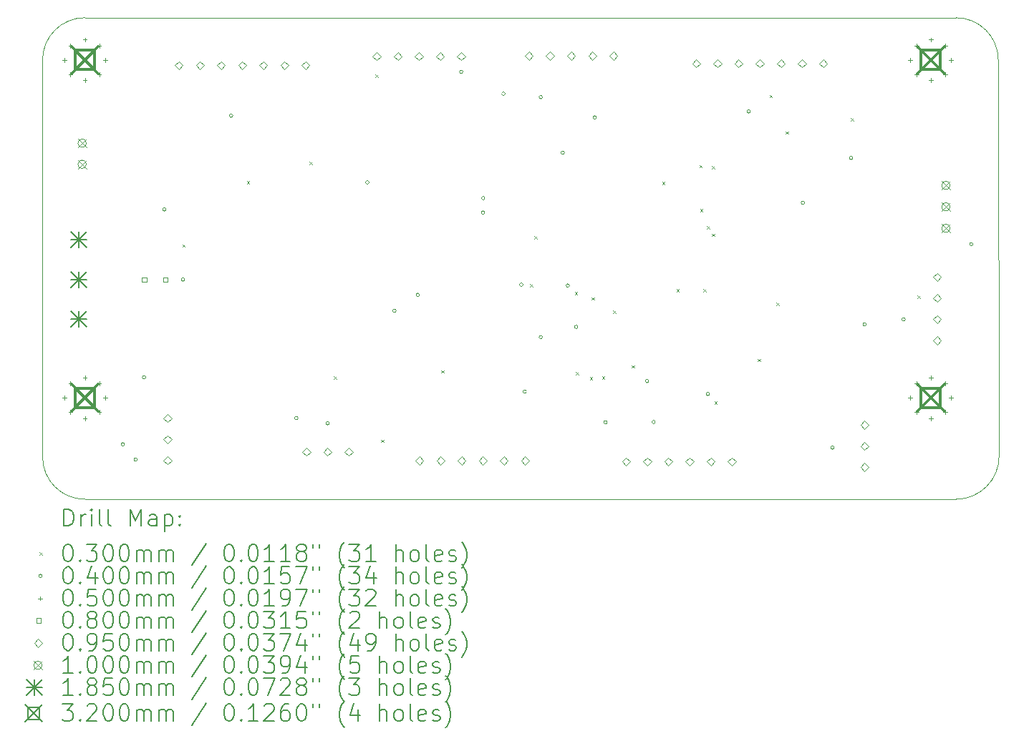
<source format=gbr>
%TF.GenerationSoftware,KiCad,Pcbnew,(6.0.7)*%
%TF.CreationDate,2022-10-27T14:15:55+02:00*%
%TF.ProjectId,Projet,50726f6a-6574-42e6-9b69-6361645f7063,1.0*%
%TF.SameCoordinates,Original*%
%TF.FileFunction,Drillmap*%
%TF.FilePolarity,Positive*%
%FSLAX45Y45*%
G04 Gerber Fmt 4.5, Leading zero omitted, Abs format (unit mm)*
G04 Created by KiCad (PCBNEW (6.0.7)) date 2022-10-27 14:15:55*
%MOMM*%
%LPD*%
G01*
G04 APERTURE LIST*
%ADD10C,0.100000*%
%ADD11C,0.200000*%
%ADD12C,0.030000*%
%ADD13C,0.040000*%
%ADD14C,0.050000*%
%ADD15C,0.080000*%
%ADD16C,0.095000*%
%ADD17C,0.185000*%
%ADD18C,0.320000*%
G04 APERTURE END LIST*
D10*
X20300000Y-15199998D02*
G75*
G03*
X20809998Y-14690000I0J509998D01*
G01*
X20000000Y-15200000D02*
X20300000Y-15200000D01*
X20800000Y-10000000D02*
G75*
G03*
X20300000Y-9500000I-500000J0D01*
G01*
X20000000Y-9500000D02*
X20300000Y-9500000D01*
X9500000Y-14700000D02*
G75*
G03*
X10000000Y-15200000I500000J0D01*
G01*
X9500000Y-14000000D02*
X9500000Y-14700000D01*
X20800000Y-10000000D02*
X20809998Y-14690000D01*
X9500000Y-14000000D02*
X9500000Y-10000000D01*
X10000000Y-9500000D02*
G75*
G03*
X9500000Y-10000000I0J-500000D01*
G01*
X10000000Y-15200000D02*
X20000000Y-15200000D01*
X10000000Y-9500000D02*
X20000000Y-9500000D01*
D11*
D12*
X11155000Y-12185000D02*
X11185000Y-12215000D01*
X11185000Y-12185000D02*
X11155000Y-12215000D01*
X11915000Y-11435000D02*
X11945000Y-11465000D01*
X11945000Y-11435000D02*
X11915000Y-11465000D01*
X12655000Y-11205000D02*
X12685000Y-11235000D01*
X12685000Y-11205000D02*
X12655000Y-11235000D01*
X12945000Y-13745000D02*
X12975000Y-13775000D01*
X12975000Y-13745000D02*
X12945000Y-13775000D01*
X13435000Y-10175000D02*
X13465000Y-10205000D01*
X13465000Y-10175000D02*
X13435000Y-10205000D01*
X13505000Y-14495000D02*
X13535000Y-14525000D01*
X13535000Y-14495000D02*
X13505000Y-14525000D01*
X14215000Y-13675000D02*
X14245000Y-13705000D01*
X14245000Y-13675000D02*
X14215000Y-13705000D01*
X15265000Y-12655000D02*
X15295000Y-12685000D01*
X15295000Y-12655000D02*
X15265000Y-12685000D01*
X15315000Y-12085000D02*
X15345000Y-12115000D01*
X15345000Y-12085000D02*
X15315000Y-12115000D01*
X15795000Y-12745000D02*
X15825000Y-12775000D01*
X15825000Y-12745000D02*
X15795000Y-12775000D01*
X15805000Y-13695050D02*
X15835000Y-13725050D01*
X15835000Y-13695050D02*
X15805000Y-13725050D01*
X15970000Y-13755000D02*
X16000000Y-13785000D01*
X16000000Y-13755000D02*
X15970000Y-13785000D01*
X15990510Y-12809485D02*
X16020510Y-12839485D01*
X16020510Y-12809485D02*
X15990510Y-12839485D01*
X16115000Y-13745000D02*
X16145000Y-13775000D01*
X16145000Y-13745000D02*
X16115000Y-13775000D01*
X16245000Y-12965050D02*
X16275000Y-12995050D01*
X16275000Y-12965050D02*
X16245000Y-12995050D01*
X16465000Y-13615000D02*
X16495000Y-13645000D01*
X16495000Y-13615000D02*
X16465000Y-13645000D01*
X16825000Y-11445000D02*
X16855000Y-11475000D01*
X16855000Y-11445000D02*
X16825000Y-11475000D01*
X16995000Y-12715000D02*
X17025000Y-12745000D01*
X17025000Y-12715000D02*
X16995000Y-12745000D01*
X17265000Y-11245000D02*
X17295000Y-11275000D01*
X17295000Y-11245000D02*
X17265000Y-11275000D01*
X17275000Y-11765000D02*
X17305000Y-11795000D01*
X17305000Y-11765000D02*
X17275000Y-11795000D01*
X17315000Y-12715000D02*
X17345000Y-12745000D01*
X17345000Y-12715000D02*
X17315000Y-12745000D01*
X17355000Y-11970050D02*
X17385000Y-12000050D01*
X17385000Y-11970050D02*
X17355000Y-12000050D01*
X17415000Y-11255000D02*
X17445000Y-11285000D01*
X17445000Y-11255000D02*
X17415000Y-11285000D01*
X17415000Y-12055000D02*
X17445000Y-12085000D01*
X17445000Y-12055000D02*
X17415000Y-12085000D01*
X17445000Y-14040000D02*
X17475000Y-14070000D01*
X17475000Y-14040000D02*
X17445000Y-14070000D01*
X17955000Y-13540000D02*
X17985000Y-13570000D01*
X17985000Y-13540000D02*
X17955000Y-13570000D01*
X18095000Y-10415000D02*
X18125000Y-10445000D01*
X18125000Y-10415000D02*
X18095000Y-10445000D01*
X18175000Y-12875000D02*
X18205000Y-12905000D01*
X18205000Y-12875000D02*
X18175000Y-12905000D01*
X18285000Y-10845000D02*
X18315000Y-10875000D01*
X18315000Y-10845000D02*
X18285000Y-10875000D01*
X19055000Y-10690000D02*
X19085000Y-10720000D01*
X19085000Y-10690000D02*
X19055000Y-10720000D01*
X19845000Y-12790000D02*
X19875000Y-12820000D01*
X19875000Y-12790000D02*
X19845000Y-12820000D01*
D13*
X10470000Y-14550000D02*
G75*
G03*
X10470000Y-14550000I-20000J0D01*
G01*
X10620000Y-14730000D02*
G75*
G03*
X10620000Y-14730000I-20000J0D01*
G01*
X10720000Y-13755000D02*
G75*
G03*
X10720000Y-13755000I-20000J0D01*
G01*
X10960000Y-11770000D02*
G75*
G03*
X10960000Y-11770000I-20000J0D01*
G01*
X11180000Y-12600000D02*
G75*
G03*
X11180000Y-12600000I-20000J0D01*
G01*
X11750000Y-10660000D02*
G75*
G03*
X11750000Y-10660000I-20000J0D01*
G01*
X12520000Y-14240000D02*
G75*
G03*
X12520000Y-14240000I-20000J0D01*
G01*
X12890000Y-14300000D02*
G75*
G03*
X12890000Y-14300000I-20000J0D01*
G01*
X13360000Y-11450000D02*
G75*
G03*
X13360000Y-11450000I-20000J0D01*
G01*
X13680000Y-12970000D02*
G75*
G03*
X13680000Y-12970000I-20000J0D01*
G01*
X13955000Y-12780000D02*
G75*
G03*
X13955000Y-12780000I-20000J0D01*
G01*
X14470000Y-10140000D02*
G75*
G03*
X14470000Y-10140000I-20000J0D01*
G01*
X14728750Y-11806250D02*
G75*
G03*
X14728750Y-11806250I-20000J0D01*
G01*
X14730000Y-11635000D02*
G75*
G03*
X14730000Y-11635000I-20000J0D01*
G01*
X14970000Y-10400000D02*
G75*
G03*
X14970000Y-10400000I-20000J0D01*
G01*
X15180000Y-12660000D02*
G75*
G03*
X15180000Y-12660000I-20000J0D01*
G01*
X15220000Y-13924950D02*
G75*
G03*
X15220000Y-13924950I-20000J0D01*
G01*
X15410000Y-10440000D02*
G75*
G03*
X15410000Y-10440000I-20000J0D01*
G01*
X15410000Y-13280000D02*
G75*
G03*
X15410000Y-13280000I-20000J0D01*
G01*
X15670000Y-11100000D02*
G75*
G03*
X15670000Y-11100000I-20000J0D01*
G01*
X15730000Y-12670000D02*
G75*
G03*
X15730000Y-12670000I-20000J0D01*
G01*
X15830000Y-13160000D02*
G75*
G03*
X15830000Y-13160000I-20000J0D01*
G01*
X16049950Y-10679642D02*
G75*
G03*
X16049950Y-10679642I-20000J0D01*
G01*
X16175498Y-14289502D02*
G75*
G03*
X16175498Y-14289502I-20000J0D01*
G01*
X16667998Y-13802002D02*
G75*
G03*
X16667998Y-13802002I-20000J0D01*
G01*
X16745000Y-14285000D02*
G75*
G03*
X16745000Y-14285000I-20000J0D01*
G01*
X17385000Y-13955000D02*
G75*
G03*
X17385000Y-13955000I-20000J0D01*
G01*
X17870000Y-10610000D02*
G75*
G03*
X17870000Y-10610000I-20000J0D01*
G01*
X18510000Y-11690000D02*
G75*
G03*
X18510000Y-11690000I-20000J0D01*
G01*
X18860000Y-14590000D02*
G75*
G03*
X18860000Y-14590000I-20000J0D01*
G01*
X19080000Y-11160000D02*
G75*
G03*
X19080000Y-11160000I-20000J0D01*
G01*
X19240000Y-13130000D02*
G75*
G03*
X19240000Y-13130000I-20000J0D01*
G01*
X19700000Y-13070000D02*
G75*
G03*
X19700000Y-13070000I-20000J0D01*
G01*
X20500000Y-12180000D02*
G75*
G03*
X20500000Y-12180000I-20000J0D01*
G01*
D14*
X9760000Y-9975000D02*
X9760000Y-10025000D01*
X9735000Y-10000000D02*
X9785000Y-10000000D01*
X9760000Y-13975000D02*
X9760000Y-14025000D01*
X9735000Y-14000000D02*
X9785000Y-14000000D01*
X9830294Y-9805294D02*
X9830294Y-9855294D01*
X9805294Y-9830294D02*
X9855294Y-9830294D01*
X9830294Y-10144706D02*
X9830294Y-10194706D01*
X9805294Y-10169706D02*
X9855294Y-10169706D01*
X9830294Y-13805294D02*
X9830294Y-13855294D01*
X9805294Y-13830294D02*
X9855294Y-13830294D01*
X9830294Y-14144706D02*
X9830294Y-14194706D01*
X9805294Y-14169706D02*
X9855294Y-14169706D01*
X10000000Y-9735000D02*
X10000000Y-9785000D01*
X9975000Y-9760000D02*
X10025000Y-9760000D01*
X10000000Y-10215000D02*
X10000000Y-10265000D01*
X9975000Y-10240000D02*
X10025000Y-10240000D01*
X10000000Y-13735000D02*
X10000000Y-13785000D01*
X9975000Y-13760000D02*
X10025000Y-13760000D01*
X10000000Y-14215000D02*
X10000000Y-14265000D01*
X9975000Y-14240000D02*
X10025000Y-14240000D01*
X10169706Y-9805294D02*
X10169706Y-9855294D01*
X10144706Y-9830294D02*
X10194706Y-9830294D01*
X10169706Y-10144706D02*
X10169706Y-10194706D01*
X10144706Y-10169706D02*
X10194706Y-10169706D01*
X10169706Y-13805294D02*
X10169706Y-13855294D01*
X10144706Y-13830294D02*
X10194706Y-13830294D01*
X10169706Y-14144706D02*
X10169706Y-14194706D01*
X10144706Y-14169706D02*
X10194706Y-14169706D01*
X10240000Y-9975000D02*
X10240000Y-10025000D01*
X10215000Y-10000000D02*
X10265000Y-10000000D01*
X10240000Y-13975000D02*
X10240000Y-14025000D01*
X10215000Y-14000000D02*
X10265000Y-14000000D01*
X19760000Y-9975000D02*
X19760000Y-10025000D01*
X19735000Y-10000000D02*
X19785000Y-10000000D01*
X19760000Y-13975000D02*
X19760000Y-14025000D01*
X19735000Y-14000000D02*
X19785000Y-14000000D01*
X19830294Y-9805294D02*
X19830294Y-9855294D01*
X19805294Y-9830294D02*
X19855294Y-9830294D01*
X19830294Y-10144706D02*
X19830294Y-10194706D01*
X19805294Y-10169706D02*
X19855294Y-10169706D01*
X19830294Y-13805294D02*
X19830294Y-13855294D01*
X19805294Y-13830294D02*
X19855294Y-13830294D01*
X19830294Y-14144706D02*
X19830294Y-14194706D01*
X19805294Y-14169706D02*
X19855294Y-14169706D01*
X20000000Y-9735000D02*
X20000000Y-9785000D01*
X19975000Y-9760000D02*
X20025000Y-9760000D01*
X20000000Y-10215000D02*
X20000000Y-10265000D01*
X19975000Y-10240000D02*
X20025000Y-10240000D01*
X20000000Y-13735000D02*
X20000000Y-13785000D01*
X19975000Y-13760000D02*
X20025000Y-13760000D01*
X20000000Y-14215000D02*
X20000000Y-14265000D01*
X19975000Y-14240000D02*
X20025000Y-14240000D01*
X20169706Y-9805294D02*
X20169706Y-9855294D01*
X20144706Y-9830294D02*
X20194706Y-9830294D01*
X20169706Y-10144706D02*
X20169706Y-10194706D01*
X20144706Y-10169706D02*
X20194706Y-10169706D01*
X20169706Y-13805294D02*
X20169706Y-13855294D01*
X20144706Y-13830294D02*
X20194706Y-13830294D01*
X20169706Y-14144706D02*
X20169706Y-14194706D01*
X20144706Y-14169706D02*
X20194706Y-14169706D01*
X20240000Y-9975000D02*
X20240000Y-10025000D01*
X20215000Y-10000000D02*
X20265000Y-10000000D01*
X20240000Y-13975000D02*
X20240000Y-14025000D01*
X20215000Y-14000000D02*
X20265000Y-14000000D01*
D15*
X10730047Y-12628284D02*
X10730047Y-12571715D01*
X10673478Y-12571715D01*
X10673478Y-12628284D01*
X10730047Y-12628284D01*
X10980047Y-12628284D02*
X10980047Y-12571715D01*
X10923478Y-12571715D01*
X10923478Y-12628284D01*
X10980047Y-12628284D01*
D16*
X10977500Y-14287500D02*
X11025000Y-14240000D01*
X10977500Y-14192500D01*
X10930000Y-14240000D01*
X10977500Y-14287500D01*
X10977500Y-14537500D02*
X11025000Y-14490000D01*
X10977500Y-14442500D01*
X10930000Y-14490000D01*
X10977500Y-14537500D01*
X10977500Y-14787500D02*
X11025000Y-14740000D01*
X10977500Y-14692500D01*
X10930000Y-14740000D01*
X10977500Y-14787500D01*
X11110000Y-10110000D02*
X11157500Y-10062500D01*
X11110000Y-10015000D01*
X11062500Y-10062500D01*
X11110000Y-10110000D01*
X11360000Y-10110000D02*
X11407500Y-10062500D01*
X11360000Y-10015000D01*
X11312500Y-10062500D01*
X11360000Y-10110000D01*
X11610000Y-10110000D02*
X11657500Y-10062500D01*
X11610000Y-10015000D01*
X11562500Y-10062500D01*
X11610000Y-10110000D01*
X11860000Y-10110000D02*
X11907500Y-10062500D01*
X11860000Y-10015000D01*
X11812500Y-10062500D01*
X11860000Y-10110000D01*
X12110000Y-10110000D02*
X12157500Y-10062500D01*
X12110000Y-10015000D01*
X12062500Y-10062500D01*
X12110000Y-10110000D01*
X12360000Y-10110000D02*
X12407500Y-10062500D01*
X12360000Y-10015000D01*
X12312500Y-10062500D01*
X12360000Y-10110000D01*
X12610000Y-10110000D02*
X12657500Y-10062500D01*
X12610000Y-10015000D01*
X12562500Y-10062500D01*
X12610000Y-10110000D01*
X12620000Y-14687500D02*
X12667500Y-14640000D01*
X12620000Y-14592500D01*
X12572500Y-14640000D01*
X12620000Y-14687500D01*
X12870000Y-14687500D02*
X12917500Y-14640000D01*
X12870000Y-14592500D01*
X12822500Y-14640000D01*
X12870000Y-14687500D01*
X13120000Y-14687500D02*
X13167500Y-14640000D01*
X13120000Y-14592500D01*
X13072500Y-14640000D01*
X13120000Y-14687500D01*
X13450000Y-10005000D02*
X13497500Y-9957500D01*
X13450000Y-9910000D01*
X13402500Y-9957500D01*
X13450000Y-10005000D01*
X13700000Y-10005000D02*
X13747500Y-9957500D01*
X13700000Y-9910000D01*
X13652500Y-9957500D01*
X13700000Y-10005000D01*
X13950000Y-10005000D02*
X13997500Y-9957500D01*
X13950000Y-9910000D01*
X13902500Y-9957500D01*
X13950000Y-10005000D01*
X13955000Y-14790000D02*
X14002500Y-14742500D01*
X13955000Y-14695000D01*
X13907500Y-14742500D01*
X13955000Y-14790000D01*
X14200000Y-10005000D02*
X14247500Y-9957500D01*
X14200000Y-9910000D01*
X14152500Y-9957500D01*
X14200000Y-10005000D01*
X14205000Y-14790000D02*
X14252500Y-14742500D01*
X14205000Y-14695000D01*
X14157500Y-14742500D01*
X14205000Y-14790000D01*
X14450000Y-10005000D02*
X14497500Y-9957500D01*
X14450000Y-9910000D01*
X14402500Y-9957500D01*
X14450000Y-10005000D01*
X14455000Y-14790000D02*
X14502500Y-14742500D01*
X14455000Y-14695000D01*
X14407500Y-14742500D01*
X14455000Y-14790000D01*
X14705000Y-14790000D02*
X14752500Y-14742500D01*
X14705000Y-14695000D01*
X14657500Y-14742500D01*
X14705000Y-14790000D01*
X14955000Y-14790000D02*
X15002500Y-14742500D01*
X14955000Y-14695000D01*
X14907500Y-14742500D01*
X14955000Y-14790000D01*
X15205000Y-14790000D02*
X15252500Y-14742500D01*
X15205000Y-14695000D01*
X15157500Y-14742500D01*
X15205000Y-14790000D01*
X15250000Y-9997500D02*
X15297500Y-9950000D01*
X15250000Y-9902500D01*
X15202500Y-9950000D01*
X15250000Y-9997500D01*
X15500000Y-9997500D02*
X15547500Y-9950000D01*
X15500000Y-9902500D01*
X15452500Y-9950000D01*
X15500000Y-9997500D01*
X15750000Y-9997500D02*
X15797500Y-9950000D01*
X15750000Y-9902500D01*
X15702500Y-9950000D01*
X15750000Y-9997500D01*
X16000000Y-9997500D02*
X16047500Y-9950000D01*
X16000000Y-9902500D01*
X15952500Y-9950000D01*
X16000000Y-9997500D01*
X16250000Y-9997500D02*
X16297500Y-9950000D01*
X16250000Y-9902500D01*
X16202500Y-9950000D01*
X16250000Y-9997500D01*
X16400000Y-14800000D02*
X16447500Y-14752500D01*
X16400000Y-14705000D01*
X16352500Y-14752500D01*
X16400000Y-14800000D01*
X16650000Y-14800000D02*
X16697500Y-14752500D01*
X16650000Y-14705000D01*
X16602500Y-14752500D01*
X16650000Y-14800000D01*
X16900000Y-14800000D02*
X16947500Y-14752500D01*
X16900000Y-14705000D01*
X16852500Y-14752500D01*
X16900000Y-14800000D01*
X17150000Y-14800000D02*
X17197500Y-14752500D01*
X17150000Y-14705000D01*
X17102500Y-14752500D01*
X17150000Y-14800000D01*
X17230000Y-10090000D02*
X17277500Y-10042500D01*
X17230000Y-9995000D01*
X17182500Y-10042500D01*
X17230000Y-10090000D01*
X17400000Y-14800000D02*
X17447500Y-14752500D01*
X17400000Y-14705000D01*
X17352500Y-14752500D01*
X17400000Y-14800000D01*
X17480000Y-10090000D02*
X17527500Y-10042500D01*
X17480000Y-9995000D01*
X17432500Y-10042500D01*
X17480000Y-10090000D01*
X17650000Y-14800000D02*
X17697500Y-14752500D01*
X17650000Y-14705000D01*
X17602500Y-14752500D01*
X17650000Y-14800000D01*
X17730000Y-10090000D02*
X17777500Y-10042500D01*
X17730000Y-9995000D01*
X17682500Y-10042500D01*
X17730000Y-10090000D01*
X17980000Y-10090000D02*
X18027500Y-10042500D01*
X17980000Y-9995000D01*
X17932500Y-10042500D01*
X17980000Y-10090000D01*
X18230000Y-10090000D02*
X18277500Y-10042500D01*
X18230000Y-9995000D01*
X18182500Y-10042500D01*
X18230000Y-10090000D01*
X18480000Y-10090000D02*
X18527500Y-10042500D01*
X18480000Y-9995000D01*
X18432500Y-10042500D01*
X18480000Y-10090000D01*
X18730000Y-10090000D02*
X18777500Y-10042500D01*
X18730000Y-9995000D01*
X18682500Y-10042500D01*
X18730000Y-10090000D01*
X19220000Y-14367500D02*
X19267500Y-14320000D01*
X19220000Y-14272500D01*
X19172500Y-14320000D01*
X19220000Y-14367500D01*
X19220000Y-14617500D02*
X19267500Y-14570000D01*
X19220000Y-14522500D01*
X19172500Y-14570000D01*
X19220000Y-14617500D01*
X19220000Y-14867500D02*
X19267500Y-14820000D01*
X19220000Y-14772500D01*
X19172500Y-14820000D01*
X19220000Y-14867500D01*
X20077500Y-12617500D02*
X20125000Y-12570000D01*
X20077500Y-12522500D01*
X20030000Y-12570000D01*
X20077500Y-12617500D01*
X20077500Y-12867500D02*
X20125000Y-12820000D01*
X20077500Y-12772500D01*
X20030000Y-12820000D01*
X20077500Y-12867500D01*
X20077500Y-13117500D02*
X20125000Y-13070000D01*
X20077500Y-13022500D01*
X20030000Y-13070000D01*
X20077500Y-13117500D01*
X20077500Y-13367500D02*
X20125000Y-13320000D01*
X20077500Y-13272500D01*
X20030000Y-13320000D01*
X20077500Y-13367500D01*
D10*
X9917500Y-10935000D02*
X10017500Y-11035000D01*
X10017500Y-10935000D02*
X9917500Y-11035000D01*
X10017500Y-10985000D02*
G75*
G03*
X10017500Y-10985000I-50000J0D01*
G01*
X9917500Y-11185000D02*
X10017500Y-11285000D01*
X10017500Y-11185000D02*
X9917500Y-11285000D01*
X10017500Y-11235000D02*
G75*
G03*
X10017500Y-11235000I-50000J0D01*
G01*
X20130000Y-11434500D02*
X20230000Y-11534500D01*
X20230000Y-11434500D02*
X20130000Y-11534500D01*
X20230000Y-11484500D02*
G75*
G03*
X20230000Y-11484500I-50000J0D01*
G01*
X20130000Y-11688500D02*
X20230000Y-11788500D01*
X20230000Y-11688500D02*
X20130000Y-11788500D01*
X20230000Y-11738500D02*
G75*
G03*
X20230000Y-11738500I-50000J0D01*
G01*
X20130000Y-11942500D02*
X20230000Y-12042500D01*
X20230000Y-11942500D02*
X20130000Y-12042500D01*
X20230000Y-11992500D02*
G75*
G03*
X20230000Y-11992500I-50000J0D01*
G01*
D17*
X9837500Y-12037500D02*
X10022500Y-12222500D01*
X10022500Y-12037500D02*
X9837500Y-12222500D01*
X9930000Y-12037500D02*
X9930000Y-12222500D01*
X9837500Y-12130000D02*
X10022500Y-12130000D01*
X9837500Y-12507500D02*
X10022500Y-12692500D01*
X10022500Y-12507500D02*
X9837500Y-12692500D01*
X9930000Y-12507500D02*
X9930000Y-12692500D01*
X9837500Y-12600000D02*
X10022500Y-12600000D01*
X9837500Y-12977500D02*
X10022500Y-13162500D01*
X10022500Y-12977500D02*
X9837500Y-13162500D01*
X9930000Y-12977500D02*
X9930000Y-13162500D01*
X9837500Y-13070000D02*
X10022500Y-13070000D01*
D18*
X9840000Y-9840000D02*
X10160000Y-10160000D01*
X10160000Y-9840000D02*
X9840000Y-10160000D01*
X10113138Y-10113138D02*
X10113138Y-9886862D01*
X9886862Y-9886862D01*
X9886862Y-10113138D01*
X10113138Y-10113138D01*
X9840000Y-13840000D02*
X10160000Y-14160000D01*
X10160000Y-13840000D02*
X9840000Y-14160000D01*
X10113138Y-14113138D02*
X10113138Y-13886862D01*
X9886862Y-13886862D01*
X9886862Y-14113138D01*
X10113138Y-14113138D01*
X19840000Y-9840000D02*
X20160000Y-10160000D01*
X20160000Y-9840000D02*
X19840000Y-10160000D01*
X20113138Y-10113138D02*
X20113138Y-9886862D01*
X19886862Y-9886862D01*
X19886862Y-10113138D01*
X20113138Y-10113138D01*
X19840000Y-13840000D02*
X20160000Y-14160000D01*
X20160000Y-13840000D02*
X19840000Y-14160000D01*
X20113138Y-14113138D02*
X20113138Y-13886862D01*
X19886862Y-13886862D01*
X19886862Y-14113138D01*
X20113138Y-14113138D01*
D11*
X9752619Y-15515476D02*
X9752619Y-15315476D01*
X9800238Y-15315476D01*
X9828810Y-15325000D01*
X9847857Y-15344048D01*
X9857381Y-15363095D01*
X9866905Y-15401190D01*
X9866905Y-15429762D01*
X9857381Y-15467857D01*
X9847857Y-15486905D01*
X9828810Y-15505952D01*
X9800238Y-15515476D01*
X9752619Y-15515476D01*
X9952619Y-15515476D02*
X9952619Y-15382143D01*
X9952619Y-15420238D02*
X9962143Y-15401190D01*
X9971667Y-15391667D01*
X9990714Y-15382143D01*
X10009762Y-15382143D01*
X10076429Y-15515476D02*
X10076429Y-15382143D01*
X10076429Y-15315476D02*
X10066905Y-15325000D01*
X10076429Y-15334524D01*
X10085952Y-15325000D01*
X10076429Y-15315476D01*
X10076429Y-15334524D01*
X10200238Y-15515476D02*
X10181190Y-15505952D01*
X10171667Y-15486905D01*
X10171667Y-15315476D01*
X10305000Y-15515476D02*
X10285952Y-15505952D01*
X10276429Y-15486905D01*
X10276429Y-15315476D01*
X10533571Y-15515476D02*
X10533571Y-15315476D01*
X10600238Y-15458333D01*
X10666905Y-15315476D01*
X10666905Y-15515476D01*
X10847857Y-15515476D02*
X10847857Y-15410714D01*
X10838333Y-15391667D01*
X10819286Y-15382143D01*
X10781190Y-15382143D01*
X10762143Y-15391667D01*
X10847857Y-15505952D02*
X10828810Y-15515476D01*
X10781190Y-15515476D01*
X10762143Y-15505952D01*
X10752619Y-15486905D01*
X10752619Y-15467857D01*
X10762143Y-15448809D01*
X10781190Y-15439286D01*
X10828810Y-15439286D01*
X10847857Y-15429762D01*
X10943095Y-15382143D02*
X10943095Y-15582143D01*
X10943095Y-15391667D02*
X10962143Y-15382143D01*
X11000238Y-15382143D01*
X11019286Y-15391667D01*
X11028810Y-15401190D01*
X11038333Y-15420238D01*
X11038333Y-15477381D01*
X11028810Y-15496428D01*
X11019286Y-15505952D01*
X11000238Y-15515476D01*
X10962143Y-15515476D01*
X10943095Y-15505952D01*
X11124048Y-15496428D02*
X11133571Y-15505952D01*
X11124048Y-15515476D01*
X11114524Y-15505952D01*
X11124048Y-15496428D01*
X11124048Y-15515476D01*
X11124048Y-15391667D02*
X11133571Y-15401190D01*
X11124048Y-15410714D01*
X11114524Y-15401190D01*
X11124048Y-15391667D01*
X11124048Y-15410714D01*
D12*
X9465000Y-15830000D02*
X9495000Y-15860000D01*
X9495000Y-15830000D02*
X9465000Y-15860000D01*
D11*
X9790714Y-15735476D02*
X9809762Y-15735476D01*
X9828810Y-15745000D01*
X9838333Y-15754524D01*
X9847857Y-15773571D01*
X9857381Y-15811667D01*
X9857381Y-15859286D01*
X9847857Y-15897381D01*
X9838333Y-15916428D01*
X9828810Y-15925952D01*
X9809762Y-15935476D01*
X9790714Y-15935476D01*
X9771667Y-15925952D01*
X9762143Y-15916428D01*
X9752619Y-15897381D01*
X9743095Y-15859286D01*
X9743095Y-15811667D01*
X9752619Y-15773571D01*
X9762143Y-15754524D01*
X9771667Y-15745000D01*
X9790714Y-15735476D01*
X9943095Y-15916428D02*
X9952619Y-15925952D01*
X9943095Y-15935476D01*
X9933571Y-15925952D01*
X9943095Y-15916428D01*
X9943095Y-15935476D01*
X10019286Y-15735476D02*
X10143095Y-15735476D01*
X10076429Y-15811667D01*
X10105000Y-15811667D01*
X10124048Y-15821190D01*
X10133571Y-15830714D01*
X10143095Y-15849762D01*
X10143095Y-15897381D01*
X10133571Y-15916428D01*
X10124048Y-15925952D01*
X10105000Y-15935476D01*
X10047857Y-15935476D01*
X10028810Y-15925952D01*
X10019286Y-15916428D01*
X10266905Y-15735476D02*
X10285952Y-15735476D01*
X10305000Y-15745000D01*
X10314524Y-15754524D01*
X10324048Y-15773571D01*
X10333571Y-15811667D01*
X10333571Y-15859286D01*
X10324048Y-15897381D01*
X10314524Y-15916428D01*
X10305000Y-15925952D01*
X10285952Y-15935476D01*
X10266905Y-15935476D01*
X10247857Y-15925952D01*
X10238333Y-15916428D01*
X10228810Y-15897381D01*
X10219286Y-15859286D01*
X10219286Y-15811667D01*
X10228810Y-15773571D01*
X10238333Y-15754524D01*
X10247857Y-15745000D01*
X10266905Y-15735476D01*
X10457381Y-15735476D02*
X10476429Y-15735476D01*
X10495476Y-15745000D01*
X10505000Y-15754524D01*
X10514524Y-15773571D01*
X10524048Y-15811667D01*
X10524048Y-15859286D01*
X10514524Y-15897381D01*
X10505000Y-15916428D01*
X10495476Y-15925952D01*
X10476429Y-15935476D01*
X10457381Y-15935476D01*
X10438333Y-15925952D01*
X10428810Y-15916428D01*
X10419286Y-15897381D01*
X10409762Y-15859286D01*
X10409762Y-15811667D01*
X10419286Y-15773571D01*
X10428810Y-15754524D01*
X10438333Y-15745000D01*
X10457381Y-15735476D01*
X10609762Y-15935476D02*
X10609762Y-15802143D01*
X10609762Y-15821190D02*
X10619286Y-15811667D01*
X10638333Y-15802143D01*
X10666905Y-15802143D01*
X10685952Y-15811667D01*
X10695476Y-15830714D01*
X10695476Y-15935476D01*
X10695476Y-15830714D02*
X10705000Y-15811667D01*
X10724048Y-15802143D01*
X10752619Y-15802143D01*
X10771667Y-15811667D01*
X10781190Y-15830714D01*
X10781190Y-15935476D01*
X10876429Y-15935476D02*
X10876429Y-15802143D01*
X10876429Y-15821190D02*
X10885952Y-15811667D01*
X10905000Y-15802143D01*
X10933571Y-15802143D01*
X10952619Y-15811667D01*
X10962143Y-15830714D01*
X10962143Y-15935476D01*
X10962143Y-15830714D02*
X10971667Y-15811667D01*
X10990714Y-15802143D01*
X11019286Y-15802143D01*
X11038333Y-15811667D01*
X11047857Y-15830714D01*
X11047857Y-15935476D01*
X11438333Y-15725952D02*
X11266905Y-15983095D01*
X11695476Y-15735476D02*
X11714524Y-15735476D01*
X11733571Y-15745000D01*
X11743095Y-15754524D01*
X11752619Y-15773571D01*
X11762143Y-15811667D01*
X11762143Y-15859286D01*
X11752619Y-15897381D01*
X11743095Y-15916428D01*
X11733571Y-15925952D01*
X11714524Y-15935476D01*
X11695476Y-15935476D01*
X11676428Y-15925952D01*
X11666905Y-15916428D01*
X11657381Y-15897381D01*
X11647857Y-15859286D01*
X11647857Y-15811667D01*
X11657381Y-15773571D01*
X11666905Y-15754524D01*
X11676428Y-15745000D01*
X11695476Y-15735476D01*
X11847857Y-15916428D02*
X11857381Y-15925952D01*
X11847857Y-15935476D01*
X11838333Y-15925952D01*
X11847857Y-15916428D01*
X11847857Y-15935476D01*
X11981190Y-15735476D02*
X12000238Y-15735476D01*
X12019286Y-15745000D01*
X12028809Y-15754524D01*
X12038333Y-15773571D01*
X12047857Y-15811667D01*
X12047857Y-15859286D01*
X12038333Y-15897381D01*
X12028809Y-15916428D01*
X12019286Y-15925952D01*
X12000238Y-15935476D01*
X11981190Y-15935476D01*
X11962143Y-15925952D01*
X11952619Y-15916428D01*
X11943095Y-15897381D01*
X11933571Y-15859286D01*
X11933571Y-15811667D01*
X11943095Y-15773571D01*
X11952619Y-15754524D01*
X11962143Y-15745000D01*
X11981190Y-15735476D01*
X12238333Y-15935476D02*
X12124048Y-15935476D01*
X12181190Y-15935476D02*
X12181190Y-15735476D01*
X12162143Y-15764048D01*
X12143095Y-15783095D01*
X12124048Y-15792619D01*
X12428809Y-15935476D02*
X12314524Y-15935476D01*
X12371667Y-15935476D02*
X12371667Y-15735476D01*
X12352619Y-15764048D01*
X12333571Y-15783095D01*
X12314524Y-15792619D01*
X12543095Y-15821190D02*
X12524048Y-15811667D01*
X12514524Y-15802143D01*
X12505000Y-15783095D01*
X12505000Y-15773571D01*
X12514524Y-15754524D01*
X12524048Y-15745000D01*
X12543095Y-15735476D01*
X12581190Y-15735476D01*
X12600238Y-15745000D01*
X12609762Y-15754524D01*
X12619286Y-15773571D01*
X12619286Y-15783095D01*
X12609762Y-15802143D01*
X12600238Y-15811667D01*
X12581190Y-15821190D01*
X12543095Y-15821190D01*
X12524048Y-15830714D01*
X12514524Y-15840238D01*
X12505000Y-15859286D01*
X12505000Y-15897381D01*
X12514524Y-15916428D01*
X12524048Y-15925952D01*
X12543095Y-15935476D01*
X12581190Y-15935476D01*
X12600238Y-15925952D01*
X12609762Y-15916428D01*
X12619286Y-15897381D01*
X12619286Y-15859286D01*
X12609762Y-15840238D01*
X12600238Y-15830714D01*
X12581190Y-15821190D01*
X12695476Y-15735476D02*
X12695476Y-15773571D01*
X12771667Y-15735476D02*
X12771667Y-15773571D01*
X13066905Y-16011667D02*
X13057381Y-16002143D01*
X13038333Y-15973571D01*
X13028809Y-15954524D01*
X13019286Y-15925952D01*
X13009762Y-15878333D01*
X13009762Y-15840238D01*
X13019286Y-15792619D01*
X13028809Y-15764048D01*
X13038333Y-15745000D01*
X13057381Y-15716428D01*
X13066905Y-15706905D01*
X13124048Y-15735476D02*
X13247857Y-15735476D01*
X13181190Y-15811667D01*
X13209762Y-15811667D01*
X13228809Y-15821190D01*
X13238333Y-15830714D01*
X13247857Y-15849762D01*
X13247857Y-15897381D01*
X13238333Y-15916428D01*
X13228809Y-15925952D01*
X13209762Y-15935476D01*
X13152619Y-15935476D01*
X13133571Y-15925952D01*
X13124048Y-15916428D01*
X13438333Y-15935476D02*
X13324048Y-15935476D01*
X13381190Y-15935476D02*
X13381190Y-15735476D01*
X13362143Y-15764048D01*
X13343095Y-15783095D01*
X13324048Y-15792619D01*
X13676428Y-15935476D02*
X13676428Y-15735476D01*
X13762143Y-15935476D02*
X13762143Y-15830714D01*
X13752619Y-15811667D01*
X13733571Y-15802143D01*
X13705000Y-15802143D01*
X13685952Y-15811667D01*
X13676428Y-15821190D01*
X13885952Y-15935476D02*
X13866905Y-15925952D01*
X13857381Y-15916428D01*
X13847857Y-15897381D01*
X13847857Y-15840238D01*
X13857381Y-15821190D01*
X13866905Y-15811667D01*
X13885952Y-15802143D01*
X13914524Y-15802143D01*
X13933571Y-15811667D01*
X13943095Y-15821190D01*
X13952619Y-15840238D01*
X13952619Y-15897381D01*
X13943095Y-15916428D01*
X13933571Y-15925952D01*
X13914524Y-15935476D01*
X13885952Y-15935476D01*
X14066905Y-15935476D02*
X14047857Y-15925952D01*
X14038333Y-15906905D01*
X14038333Y-15735476D01*
X14219286Y-15925952D02*
X14200238Y-15935476D01*
X14162143Y-15935476D01*
X14143095Y-15925952D01*
X14133571Y-15906905D01*
X14133571Y-15830714D01*
X14143095Y-15811667D01*
X14162143Y-15802143D01*
X14200238Y-15802143D01*
X14219286Y-15811667D01*
X14228809Y-15830714D01*
X14228809Y-15849762D01*
X14133571Y-15868809D01*
X14305000Y-15925952D02*
X14324048Y-15935476D01*
X14362143Y-15935476D01*
X14381190Y-15925952D01*
X14390714Y-15906905D01*
X14390714Y-15897381D01*
X14381190Y-15878333D01*
X14362143Y-15868809D01*
X14333571Y-15868809D01*
X14314524Y-15859286D01*
X14305000Y-15840238D01*
X14305000Y-15830714D01*
X14314524Y-15811667D01*
X14333571Y-15802143D01*
X14362143Y-15802143D01*
X14381190Y-15811667D01*
X14457381Y-16011667D02*
X14466905Y-16002143D01*
X14485952Y-15973571D01*
X14495476Y-15954524D01*
X14505000Y-15925952D01*
X14514524Y-15878333D01*
X14514524Y-15840238D01*
X14505000Y-15792619D01*
X14495476Y-15764048D01*
X14485952Y-15745000D01*
X14466905Y-15716428D01*
X14457381Y-15706905D01*
D13*
X9495000Y-16109000D02*
G75*
G03*
X9495000Y-16109000I-20000J0D01*
G01*
D11*
X9790714Y-15999476D02*
X9809762Y-15999476D01*
X9828810Y-16009000D01*
X9838333Y-16018524D01*
X9847857Y-16037571D01*
X9857381Y-16075667D01*
X9857381Y-16123286D01*
X9847857Y-16161381D01*
X9838333Y-16180428D01*
X9828810Y-16189952D01*
X9809762Y-16199476D01*
X9790714Y-16199476D01*
X9771667Y-16189952D01*
X9762143Y-16180428D01*
X9752619Y-16161381D01*
X9743095Y-16123286D01*
X9743095Y-16075667D01*
X9752619Y-16037571D01*
X9762143Y-16018524D01*
X9771667Y-16009000D01*
X9790714Y-15999476D01*
X9943095Y-16180428D02*
X9952619Y-16189952D01*
X9943095Y-16199476D01*
X9933571Y-16189952D01*
X9943095Y-16180428D01*
X9943095Y-16199476D01*
X10124048Y-16066143D02*
X10124048Y-16199476D01*
X10076429Y-15989952D02*
X10028810Y-16132809D01*
X10152619Y-16132809D01*
X10266905Y-15999476D02*
X10285952Y-15999476D01*
X10305000Y-16009000D01*
X10314524Y-16018524D01*
X10324048Y-16037571D01*
X10333571Y-16075667D01*
X10333571Y-16123286D01*
X10324048Y-16161381D01*
X10314524Y-16180428D01*
X10305000Y-16189952D01*
X10285952Y-16199476D01*
X10266905Y-16199476D01*
X10247857Y-16189952D01*
X10238333Y-16180428D01*
X10228810Y-16161381D01*
X10219286Y-16123286D01*
X10219286Y-16075667D01*
X10228810Y-16037571D01*
X10238333Y-16018524D01*
X10247857Y-16009000D01*
X10266905Y-15999476D01*
X10457381Y-15999476D02*
X10476429Y-15999476D01*
X10495476Y-16009000D01*
X10505000Y-16018524D01*
X10514524Y-16037571D01*
X10524048Y-16075667D01*
X10524048Y-16123286D01*
X10514524Y-16161381D01*
X10505000Y-16180428D01*
X10495476Y-16189952D01*
X10476429Y-16199476D01*
X10457381Y-16199476D01*
X10438333Y-16189952D01*
X10428810Y-16180428D01*
X10419286Y-16161381D01*
X10409762Y-16123286D01*
X10409762Y-16075667D01*
X10419286Y-16037571D01*
X10428810Y-16018524D01*
X10438333Y-16009000D01*
X10457381Y-15999476D01*
X10609762Y-16199476D02*
X10609762Y-16066143D01*
X10609762Y-16085190D02*
X10619286Y-16075667D01*
X10638333Y-16066143D01*
X10666905Y-16066143D01*
X10685952Y-16075667D01*
X10695476Y-16094714D01*
X10695476Y-16199476D01*
X10695476Y-16094714D02*
X10705000Y-16075667D01*
X10724048Y-16066143D01*
X10752619Y-16066143D01*
X10771667Y-16075667D01*
X10781190Y-16094714D01*
X10781190Y-16199476D01*
X10876429Y-16199476D02*
X10876429Y-16066143D01*
X10876429Y-16085190D02*
X10885952Y-16075667D01*
X10905000Y-16066143D01*
X10933571Y-16066143D01*
X10952619Y-16075667D01*
X10962143Y-16094714D01*
X10962143Y-16199476D01*
X10962143Y-16094714D02*
X10971667Y-16075667D01*
X10990714Y-16066143D01*
X11019286Y-16066143D01*
X11038333Y-16075667D01*
X11047857Y-16094714D01*
X11047857Y-16199476D01*
X11438333Y-15989952D02*
X11266905Y-16247095D01*
X11695476Y-15999476D02*
X11714524Y-15999476D01*
X11733571Y-16009000D01*
X11743095Y-16018524D01*
X11752619Y-16037571D01*
X11762143Y-16075667D01*
X11762143Y-16123286D01*
X11752619Y-16161381D01*
X11743095Y-16180428D01*
X11733571Y-16189952D01*
X11714524Y-16199476D01*
X11695476Y-16199476D01*
X11676428Y-16189952D01*
X11666905Y-16180428D01*
X11657381Y-16161381D01*
X11647857Y-16123286D01*
X11647857Y-16075667D01*
X11657381Y-16037571D01*
X11666905Y-16018524D01*
X11676428Y-16009000D01*
X11695476Y-15999476D01*
X11847857Y-16180428D02*
X11857381Y-16189952D01*
X11847857Y-16199476D01*
X11838333Y-16189952D01*
X11847857Y-16180428D01*
X11847857Y-16199476D01*
X11981190Y-15999476D02*
X12000238Y-15999476D01*
X12019286Y-16009000D01*
X12028809Y-16018524D01*
X12038333Y-16037571D01*
X12047857Y-16075667D01*
X12047857Y-16123286D01*
X12038333Y-16161381D01*
X12028809Y-16180428D01*
X12019286Y-16189952D01*
X12000238Y-16199476D01*
X11981190Y-16199476D01*
X11962143Y-16189952D01*
X11952619Y-16180428D01*
X11943095Y-16161381D01*
X11933571Y-16123286D01*
X11933571Y-16075667D01*
X11943095Y-16037571D01*
X11952619Y-16018524D01*
X11962143Y-16009000D01*
X11981190Y-15999476D01*
X12238333Y-16199476D02*
X12124048Y-16199476D01*
X12181190Y-16199476D02*
X12181190Y-15999476D01*
X12162143Y-16028048D01*
X12143095Y-16047095D01*
X12124048Y-16056619D01*
X12419286Y-15999476D02*
X12324048Y-15999476D01*
X12314524Y-16094714D01*
X12324048Y-16085190D01*
X12343095Y-16075667D01*
X12390714Y-16075667D01*
X12409762Y-16085190D01*
X12419286Y-16094714D01*
X12428809Y-16113762D01*
X12428809Y-16161381D01*
X12419286Y-16180428D01*
X12409762Y-16189952D01*
X12390714Y-16199476D01*
X12343095Y-16199476D01*
X12324048Y-16189952D01*
X12314524Y-16180428D01*
X12495476Y-15999476D02*
X12628809Y-15999476D01*
X12543095Y-16199476D01*
X12695476Y-15999476D02*
X12695476Y-16037571D01*
X12771667Y-15999476D02*
X12771667Y-16037571D01*
X13066905Y-16275667D02*
X13057381Y-16266143D01*
X13038333Y-16237571D01*
X13028809Y-16218524D01*
X13019286Y-16189952D01*
X13009762Y-16142333D01*
X13009762Y-16104238D01*
X13019286Y-16056619D01*
X13028809Y-16028048D01*
X13038333Y-16009000D01*
X13057381Y-15980428D01*
X13066905Y-15970905D01*
X13124048Y-15999476D02*
X13247857Y-15999476D01*
X13181190Y-16075667D01*
X13209762Y-16075667D01*
X13228809Y-16085190D01*
X13238333Y-16094714D01*
X13247857Y-16113762D01*
X13247857Y-16161381D01*
X13238333Y-16180428D01*
X13228809Y-16189952D01*
X13209762Y-16199476D01*
X13152619Y-16199476D01*
X13133571Y-16189952D01*
X13124048Y-16180428D01*
X13419286Y-16066143D02*
X13419286Y-16199476D01*
X13371667Y-15989952D02*
X13324048Y-16132809D01*
X13447857Y-16132809D01*
X13676428Y-16199476D02*
X13676428Y-15999476D01*
X13762143Y-16199476D02*
X13762143Y-16094714D01*
X13752619Y-16075667D01*
X13733571Y-16066143D01*
X13705000Y-16066143D01*
X13685952Y-16075667D01*
X13676428Y-16085190D01*
X13885952Y-16199476D02*
X13866905Y-16189952D01*
X13857381Y-16180428D01*
X13847857Y-16161381D01*
X13847857Y-16104238D01*
X13857381Y-16085190D01*
X13866905Y-16075667D01*
X13885952Y-16066143D01*
X13914524Y-16066143D01*
X13933571Y-16075667D01*
X13943095Y-16085190D01*
X13952619Y-16104238D01*
X13952619Y-16161381D01*
X13943095Y-16180428D01*
X13933571Y-16189952D01*
X13914524Y-16199476D01*
X13885952Y-16199476D01*
X14066905Y-16199476D02*
X14047857Y-16189952D01*
X14038333Y-16170905D01*
X14038333Y-15999476D01*
X14219286Y-16189952D02*
X14200238Y-16199476D01*
X14162143Y-16199476D01*
X14143095Y-16189952D01*
X14133571Y-16170905D01*
X14133571Y-16094714D01*
X14143095Y-16075667D01*
X14162143Y-16066143D01*
X14200238Y-16066143D01*
X14219286Y-16075667D01*
X14228809Y-16094714D01*
X14228809Y-16113762D01*
X14133571Y-16132809D01*
X14305000Y-16189952D02*
X14324048Y-16199476D01*
X14362143Y-16199476D01*
X14381190Y-16189952D01*
X14390714Y-16170905D01*
X14390714Y-16161381D01*
X14381190Y-16142333D01*
X14362143Y-16132809D01*
X14333571Y-16132809D01*
X14314524Y-16123286D01*
X14305000Y-16104238D01*
X14305000Y-16094714D01*
X14314524Y-16075667D01*
X14333571Y-16066143D01*
X14362143Y-16066143D01*
X14381190Y-16075667D01*
X14457381Y-16275667D02*
X14466905Y-16266143D01*
X14485952Y-16237571D01*
X14495476Y-16218524D01*
X14505000Y-16189952D01*
X14514524Y-16142333D01*
X14514524Y-16104238D01*
X14505000Y-16056619D01*
X14495476Y-16028048D01*
X14485952Y-16009000D01*
X14466905Y-15980428D01*
X14457381Y-15970905D01*
D14*
X9470000Y-16348000D02*
X9470000Y-16398000D01*
X9445000Y-16373000D02*
X9495000Y-16373000D01*
D11*
X9790714Y-16263476D02*
X9809762Y-16263476D01*
X9828810Y-16273000D01*
X9838333Y-16282524D01*
X9847857Y-16301571D01*
X9857381Y-16339667D01*
X9857381Y-16387286D01*
X9847857Y-16425381D01*
X9838333Y-16444428D01*
X9828810Y-16453952D01*
X9809762Y-16463476D01*
X9790714Y-16463476D01*
X9771667Y-16453952D01*
X9762143Y-16444428D01*
X9752619Y-16425381D01*
X9743095Y-16387286D01*
X9743095Y-16339667D01*
X9752619Y-16301571D01*
X9762143Y-16282524D01*
X9771667Y-16273000D01*
X9790714Y-16263476D01*
X9943095Y-16444428D02*
X9952619Y-16453952D01*
X9943095Y-16463476D01*
X9933571Y-16453952D01*
X9943095Y-16444428D01*
X9943095Y-16463476D01*
X10133571Y-16263476D02*
X10038333Y-16263476D01*
X10028810Y-16358714D01*
X10038333Y-16349190D01*
X10057381Y-16339667D01*
X10105000Y-16339667D01*
X10124048Y-16349190D01*
X10133571Y-16358714D01*
X10143095Y-16377762D01*
X10143095Y-16425381D01*
X10133571Y-16444428D01*
X10124048Y-16453952D01*
X10105000Y-16463476D01*
X10057381Y-16463476D01*
X10038333Y-16453952D01*
X10028810Y-16444428D01*
X10266905Y-16263476D02*
X10285952Y-16263476D01*
X10305000Y-16273000D01*
X10314524Y-16282524D01*
X10324048Y-16301571D01*
X10333571Y-16339667D01*
X10333571Y-16387286D01*
X10324048Y-16425381D01*
X10314524Y-16444428D01*
X10305000Y-16453952D01*
X10285952Y-16463476D01*
X10266905Y-16463476D01*
X10247857Y-16453952D01*
X10238333Y-16444428D01*
X10228810Y-16425381D01*
X10219286Y-16387286D01*
X10219286Y-16339667D01*
X10228810Y-16301571D01*
X10238333Y-16282524D01*
X10247857Y-16273000D01*
X10266905Y-16263476D01*
X10457381Y-16263476D02*
X10476429Y-16263476D01*
X10495476Y-16273000D01*
X10505000Y-16282524D01*
X10514524Y-16301571D01*
X10524048Y-16339667D01*
X10524048Y-16387286D01*
X10514524Y-16425381D01*
X10505000Y-16444428D01*
X10495476Y-16453952D01*
X10476429Y-16463476D01*
X10457381Y-16463476D01*
X10438333Y-16453952D01*
X10428810Y-16444428D01*
X10419286Y-16425381D01*
X10409762Y-16387286D01*
X10409762Y-16339667D01*
X10419286Y-16301571D01*
X10428810Y-16282524D01*
X10438333Y-16273000D01*
X10457381Y-16263476D01*
X10609762Y-16463476D02*
X10609762Y-16330143D01*
X10609762Y-16349190D02*
X10619286Y-16339667D01*
X10638333Y-16330143D01*
X10666905Y-16330143D01*
X10685952Y-16339667D01*
X10695476Y-16358714D01*
X10695476Y-16463476D01*
X10695476Y-16358714D02*
X10705000Y-16339667D01*
X10724048Y-16330143D01*
X10752619Y-16330143D01*
X10771667Y-16339667D01*
X10781190Y-16358714D01*
X10781190Y-16463476D01*
X10876429Y-16463476D02*
X10876429Y-16330143D01*
X10876429Y-16349190D02*
X10885952Y-16339667D01*
X10905000Y-16330143D01*
X10933571Y-16330143D01*
X10952619Y-16339667D01*
X10962143Y-16358714D01*
X10962143Y-16463476D01*
X10962143Y-16358714D02*
X10971667Y-16339667D01*
X10990714Y-16330143D01*
X11019286Y-16330143D01*
X11038333Y-16339667D01*
X11047857Y-16358714D01*
X11047857Y-16463476D01*
X11438333Y-16253952D02*
X11266905Y-16511095D01*
X11695476Y-16263476D02*
X11714524Y-16263476D01*
X11733571Y-16273000D01*
X11743095Y-16282524D01*
X11752619Y-16301571D01*
X11762143Y-16339667D01*
X11762143Y-16387286D01*
X11752619Y-16425381D01*
X11743095Y-16444428D01*
X11733571Y-16453952D01*
X11714524Y-16463476D01*
X11695476Y-16463476D01*
X11676428Y-16453952D01*
X11666905Y-16444428D01*
X11657381Y-16425381D01*
X11647857Y-16387286D01*
X11647857Y-16339667D01*
X11657381Y-16301571D01*
X11666905Y-16282524D01*
X11676428Y-16273000D01*
X11695476Y-16263476D01*
X11847857Y-16444428D02*
X11857381Y-16453952D01*
X11847857Y-16463476D01*
X11838333Y-16453952D01*
X11847857Y-16444428D01*
X11847857Y-16463476D01*
X11981190Y-16263476D02*
X12000238Y-16263476D01*
X12019286Y-16273000D01*
X12028809Y-16282524D01*
X12038333Y-16301571D01*
X12047857Y-16339667D01*
X12047857Y-16387286D01*
X12038333Y-16425381D01*
X12028809Y-16444428D01*
X12019286Y-16453952D01*
X12000238Y-16463476D01*
X11981190Y-16463476D01*
X11962143Y-16453952D01*
X11952619Y-16444428D01*
X11943095Y-16425381D01*
X11933571Y-16387286D01*
X11933571Y-16339667D01*
X11943095Y-16301571D01*
X11952619Y-16282524D01*
X11962143Y-16273000D01*
X11981190Y-16263476D01*
X12238333Y-16463476D02*
X12124048Y-16463476D01*
X12181190Y-16463476D02*
X12181190Y-16263476D01*
X12162143Y-16292048D01*
X12143095Y-16311095D01*
X12124048Y-16320619D01*
X12333571Y-16463476D02*
X12371667Y-16463476D01*
X12390714Y-16453952D01*
X12400238Y-16444428D01*
X12419286Y-16415857D01*
X12428809Y-16377762D01*
X12428809Y-16301571D01*
X12419286Y-16282524D01*
X12409762Y-16273000D01*
X12390714Y-16263476D01*
X12352619Y-16263476D01*
X12333571Y-16273000D01*
X12324048Y-16282524D01*
X12314524Y-16301571D01*
X12314524Y-16349190D01*
X12324048Y-16368238D01*
X12333571Y-16377762D01*
X12352619Y-16387286D01*
X12390714Y-16387286D01*
X12409762Y-16377762D01*
X12419286Y-16368238D01*
X12428809Y-16349190D01*
X12495476Y-16263476D02*
X12628809Y-16263476D01*
X12543095Y-16463476D01*
X12695476Y-16263476D02*
X12695476Y-16301571D01*
X12771667Y-16263476D02*
X12771667Y-16301571D01*
X13066905Y-16539667D02*
X13057381Y-16530143D01*
X13038333Y-16501571D01*
X13028809Y-16482524D01*
X13019286Y-16453952D01*
X13009762Y-16406333D01*
X13009762Y-16368238D01*
X13019286Y-16320619D01*
X13028809Y-16292048D01*
X13038333Y-16273000D01*
X13057381Y-16244428D01*
X13066905Y-16234905D01*
X13124048Y-16263476D02*
X13247857Y-16263476D01*
X13181190Y-16339667D01*
X13209762Y-16339667D01*
X13228809Y-16349190D01*
X13238333Y-16358714D01*
X13247857Y-16377762D01*
X13247857Y-16425381D01*
X13238333Y-16444428D01*
X13228809Y-16453952D01*
X13209762Y-16463476D01*
X13152619Y-16463476D01*
X13133571Y-16453952D01*
X13124048Y-16444428D01*
X13324048Y-16282524D02*
X13333571Y-16273000D01*
X13352619Y-16263476D01*
X13400238Y-16263476D01*
X13419286Y-16273000D01*
X13428809Y-16282524D01*
X13438333Y-16301571D01*
X13438333Y-16320619D01*
X13428809Y-16349190D01*
X13314524Y-16463476D01*
X13438333Y-16463476D01*
X13676428Y-16463476D02*
X13676428Y-16263476D01*
X13762143Y-16463476D02*
X13762143Y-16358714D01*
X13752619Y-16339667D01*
X13733571Y-16330143D01*
X13705000Y-16330143D01*
X13685952Y-16339667D01*
X13676428Y-16349190D01*
X13885952Y-16463476D02*
X13866905Y-16453952D01*
X13857381Y-16444428D01*
X13847857Y-16425381D01*
X13847857Y-16368238D01*
X13857381Y-16349190D01*
X13866905Y-16339667D01*
X13885952Y-16330143D01*
X13914524Y-16330143D01*
X13933571Y-16339667D01*
X13943095Y-16349190D01*
X13952619Y-16368238D01*
X13952619Y-16425381D01*
X13943095Y-16444428D01*
X13933571Y-16453952D01*
X13914524Y-16463476D01*
X13885952Y-16463476D01*
X14066905Y-16463476D02*
X14047857Y-16453952D01*
X14038333Y-16434905D01*
X14038333Y-16263476D01*
X14219286Y-16453952D02*
X14200238Y-16463476D01*
X14162143Y-16463476D01*
X14143095Y-16453952D01*
X14133571Y-16434905D01*
X14133571Y-16358714D01*
X14143095Y-16339667D01*
X14162143Y-16330143D01*
X14200238Y-16330143D01*
X14219286Y-16339667D01*
X14228809Y-16358714D01*
X14228809Y-16377762D01*
X14133571Y-16396809D01*
X14305000Y-16453952D02*
X14324048Y-16463476D01*
X14362143Y-16463476D01*
X14381190Y-16453952D01*
X14390714Y-16434905D01*
X14390714Y-16425381D01*
X14381190Y-16406333D01*
X14362143Y-16396809D01*
X14333571Y-16396809D01*
X14314524Y-16387286D01*
X14305000Y-16368238D01*
X14305000Y-16358714D01*
X14314524Y-16339667D01*
X14333571Y-16330143D01*
X14362143Y-16330143D01*
X14381190Y-16339667D01*
X14457381Y-16539667D02*
X14466905Y-16530143D01*
X14485952Y-16501571D01*
X14495476Y-16482524D01*
X14505000Y-16453952D01*
X14514524Y-16406333D01*
X14514524Y-16368238D01*
X14505000Y-16320619D01*
X14495476Y-16292048D01*
X14485952Y-16273000D01*
X14466905Y-16244428D01*
X14457381Y-16234905D01*
D15*
X9483285Y-16665284D02*
X9483285Y-16608715D01*
X9426716Y-16608715D01*
X9426716Y-16665284D01*
X9483285Y-16665284D01*
D11*
X9790714Y-16527476D02*
X9809762Y-16527476D01*
X9828810Y-16537000D01*
X9838333Y-16546524D01*
X9847857Y-16565571D01*
X9857381Y-16603667D01*
X9857381Y-16651286D01*
X9847857Y-16689381D01*
X9838333Y-16708428D01*
X9828810Y-16717952D01*
X9809762Y-16727476D01*
X9790714Y-16727476D01*
X9771667Y-16717952D01*
X9762143Y-16708428D01*
X9752619Y-16689381D01*
X9743095Y-16651286D01*
X9743095Y-16603667D01*
X9752619Y-16565571D01*
X9762143Y-16546524D01*
X9771667Y-16537000D01*
X9790714Y-16527476D01*
X9943095Y-16708428D02*
X9952619Y-16717952D01*
X9943095Y-16727476D01*
X9933571Y-16717952D01*
X9943095Y-16708428D01*
X9943095Y-16727476D01*
X10066905Y-16613190D02*
X10047857Y-16603667D01*
X10038333Y-16594143D01*
X10028810Y-16575095D01*
X10028810Y-16565571D01*
X10038333Y-16546524D01*
X10047857Y-16537000D01*
X10066905Y-16527476D01*
X10105000Y-16527476D01*
X10124048Y-16537000D01*
X10133571Y-16546524D01*
X10143095Y-16565571D01*
X10143095Y-16575095D01*
X10133571Y-16594143D01*
X10124048Y-16603667D01*
X10105000Y-16613190D01*
X10066905Y-16613190D01*
X10047857Y-16622714D01*
X10038333Y-16632238D01*
X10028810Y-16651286D01*
X10028810Y-16689381D01*
X10038333Y-16708428D01*
X10047857Y-16717952D01*
X10066905Y-16727476D01*
X10105000Y-16727476D01*
X10124048Y-16717952D01*
X10133571Y-16708428D01*
X10143095Y-16689381D01*
X10143095Y-16651286D01*
X10133571Y-16632238D01*
X10124048Y-16622714D01*
X10105000Y-16613190D01*
X10266905Y-16527476D02*
X10285952Y-16527476D01*
X10305000Y-16537000D01*
X10314524Y-16546524D01*
X10324048Y-16565571D01*
X10333571Y-16603667D01*
X10333571Y-16651286D01*
X10324048Y-16689381D01*
X10314524Y-16708428D01*
X10305000Y-16717952D01*
X10285952Y-16727476D01*
X10266905Y-16727476D01*
X10247857Y-16717952D01*
X10238333Y-16708428D01*
X10228810Y-16689381D01*
X10219286Y-16651286D01*
X10219286Y-16603667D01*
X10228810Y-16565571D01*
X10238333Y-16546524D01*
X10247857Y-16537000D01*
X10266905Y-16527476D01*
X10457381Y-16527476D02*
X10476429Y-16527476D01*
X10495476Y-16537000D01*
X10505000Y-16546524D01*
X10514524Y-16565571D01*
X10524048Y-16603667D01*
X10524048Y-16651286D01*
X10514524Y-16689381D01*
X10505000Y-16708428D01*
X10495476Y-16717952D01*
X10476429Y-16727476D01*
X10457381Y-16727476D01*
X10438333Y-16717952D01*
X10428810Y-16708428D01*
X10419286Y-16689381D01*
X10409762Y-16651286D01*
X10409762Y-16603667D01*
X10419286Y-16565571D01*
X10428810Y-16546524D01*
X10438333Y-16537000D01*
X10457381Y-16527476D01*
X10609762Y-16727476D02*
X10609762Y-16594143D01*
X10609762Y-16613190D02*
X10619286Y-16603667D01*
X10638333Y-16594143D01*
X10666905Y-16594143D01*
X10685952Y-16603667D01*
X10695476Y-16622714D01*
X10695476Y-16727476D01*
X10695476Y-16622714D02*
X10705000Y-16603667D01*
X10724048Y-16594143D01*
X10752619Y-16594143D01*
X10771667Y-16603667D01*
X10781190Y-16622714D01*
X10781190Y-16727476D01*
X10876429Y-16727476D02*
X10876429Y-16594143D01*
X10876429Y-16613190D02*
X10885952Y-16603667D01*
X10905000Y-16594143D01*
X10933571Y-16594143D01*
X10952619Y-16603667D01*
X10962143Y-16622714D01*
X10962143Y-16727476D01*
X10962143Y-16622714D02*
X10971667Y-16603667D01*
X10990714Y-16594143D01*
X11019286Y-16594143D01*
X11038333Y-16603667D01*
X11047857Y-16622714D01*
X11047857Y-16727476D01*
X11438333Y-16517952D02*
X11266905Y-16775095D01*
X11695476Y-16527476D02*
X11714524Y-16527476D01*
X11733571Y-16537000D01*
X11743095Y-16546524D01*
X11752619Y-16565571D01*
X11762143Y-16603667D01*
X11762143Y-16651286D01*
X11752619Y-16689381D01*
X11743095Y-16708428D01*
X11733571Y-16717952D01*
X11714524Y-16727476D01*
X11695476Y-16727476D01*
X11676428Y-16717952D01*
X11666905Y-16708428D01*
X11657381Y-16689381D01*
X11647857Y-16651286D01*
X11647857Y-16603667D01*
X11657381Y-16565571D01*
X11666905Y-16546524D01*
X11676428Y-16537000D01*
X11695476Y-16527476D01*
X11847857Y-16708428D02*
X11857381Y-16717952D01*
X11847857Y-16727476D01*
X11838333Y-16717952D01*
X11847857Y-16708428D01*
X11847857Y-16727476D01*
X11981190Y-16527476D02*
X12000238Y-16527476D01*
X12019286Y-16537000D01*
X12028809Y-16546524D01*
X12038333Y-16565571D01*
X12047857Y-16603667D01*
X12047857Y-16651286D01*
X12038333Y-16689381D01*
X12028809Y-16708428D01*
X12019286Y-16717952D01*
X12000238Y-16727476D01*
X11981190Y-16727476D01*
X11962143Y-16717952D01*
X11952619Y-16708428D01*
X11943095Y-16689381D01*
X11933571Y-16651286D01*
X11933571Y-16603667D01*
X11943095Y-16565571D01*
X11952619Y-16546524D01*
X11962143Y-16537000D01*
X11981190Y-16527476D01*
X12114524Y-16527476D02*
X12238333Y-16527476D01*
X12171667Y-16603667D01*
X12200238Y-16603667D01*
X12219286Y-16613190D01*
X12228809Y-16622714D01*
X12238333Y-16641762D01*
X12238333Y-16689381D01*
X12228809Y-16708428D01*
X12219286Y-16717952D01*
X12200238Y-16727476D01*
X12143095Y-16727476D01*
X12124048Y-16717952D01*
X12114524Y-16708428D01*
X12428809Y-16727476D02*
X12314524Y-16727476D01*
X12371667Y-16727476D02*
X12371667Y-16527476D01*
X12352619Y-16556048D01*
X12333571Y-16575095D01*
X12314524Y-16584619D01*
X12609762Y-16527476D02*
X12514524Y-16527476D01*
X12505000Y-16622714D01*
X12514524Y-16613190D01*
X12533571Y-16603667D01*
X12581190Y-16603667D01*
X12600238Y-16613190D01*
X12609762Y-16622714D01*
X12619286Y-16641762D01*
X12619286Y-16689381D01*
X12609762Y-16708428D01*
X12600238Y-16717952D01*
X12581190Y-16727476D01*
X12533571Y-16727476D01*
X12514524Y-16717952D01*
X12505000Y-16708428D01*
X12695476Y-16527476D02*
X12695476Y-16565571D01*
X12771667Y-16527476D02*
X12771667Y-16565571D01*
X13066905Y-16803667D02*
X13057381Y-16794143D01*
X13038333Y-16765571D01*
X13028809Y-16746524D01*
X13019286Y-16717952D01*
X13009762Y-16670333D01*
X13009762Y-16632238D01*
X13019286Y-16584619D01*
X13028809Y-16556048D01*
X13038333Y-16537000D01*
X13057381Y-16508428D01*
X13066905Y-16498905D01*
X13133571Y-16546524D02*
X13143095Y-16537000D01*
X13162143Y-16527476D01*
X13209762Y-16527476D01*
X13228809Y-16537000D01*
X13238333Y-16546524D01*
X13247857Y-16565571D01*
X13247857Y-16584619D01*
X13238333Y-16613190D01*
X13124048Y-16727476D01*
X13247857Y-16727476D01*
X13485952Y-16727476D02*
X13485952Y-16527476D01*
X13571667Y-16727476D02*
X13571667Y-16622714D01*
X13562143Y-16603667D01*
X13543095Y-16594143D01*
X13514524Y-16594143D01*
X13495476Y-16603667D01*
X13485952Y-16613190D01*
X13695476Y-16727476D02*
X13676428Y-16717952D01*
X13666905Y-16708428D01*
X13657381Y-16689381D01*
X13657381Y-16632238D01*
X13666905Y-16613190D01*
X13676428Y-16603667D01*
X13695476Y-16594143D01*
X13724048Y-16594143D01*
X13743095Y-16603667D01*
X13752619Y-16613190D01*
X13762143Y-16632238D01*
X13762143Y-16689381D01*
X13752619Y-16708428D01*
X13743095Y-16717952D01*
X13724048Y-16727476D01*
X13695476Y-16727476D01*
X13876428Y-16727476D02*
X13857381Y-16717952D01*
X13847857Y-16698905D01*
X13847857Y-16527476D01*
X14028809Y-16717952D02*
X14009762Y-16727476D01*
X13971667Y-16727476D01*
X13952619Y-16717952D01*
X13943095Y-16698905D01*
X13943095Y-16622714D01*
X13952619Y-16603667D01*
X13971667Y-16594143D01*
X14009762Y-16594143D01*
X14028809Y-16603667D01*
X14038333Y-16622714D01*
X14038333Y-16641762D01*
X13943095Y-16660809D01*
X14114524Y-16717952D02*
X14133571Y-16727476D01*
X14171667Y-16727476D01*
X14190714Y-16717952D01*
X14200238Y-16698905D01*
X14200238Y-16689381D01*
X14190714Y-16670333D01*
X14171667Y-16660809D01*
X14143095Y-16660809D01*
X14124048Y-16651286D01*
X14114524Y-16632238D01*
X14114524Y-16622714D01*
X14124048Y-16603667D01*
X14143095Y-16594143D01*
X14171667Y-16594143D01*
X14190714Y-16603667D01*
X14266905Y-16803667D02*
X14276428Y-16794143D01*
X14295476Y-16765571D01*
X14305000Y-16746524D01*
X14314524Y-16717952D01*
X14324048Y-16670333D01*
X14324048Y-16632238D01*
X14314524Y-16584619D01*
X14305000Y-16556048D01*
X14295476Y-16537000D01*
X14276428Y-16508428D01*
X14266905Y-16498905D01*
D16*
X9447500Y-16948500D02*
X9495000Y-16901000D01*
X9447500Y-16853500D01*
X9400000Y-16901000D01*
X9447500Y-16948500D01*
D11*
X9790714Y-16791476D02*
X9809762Y-16791476D01*
X9828810Y-16801000D01*
X9838333Y-16810524D01*
X9847857Y-16829571D01*
X9857381Y-16867667D01*
X9857381Y-16915286D01*
X9847857Y-16953381D01*
X9838333Y-16972429D01*
X9828810Y-16981952D01*
X9809762Y-16991476D01*
X9790714Y-16991476D01*
X9771667Y-16981952D01*
X9762143Y-16972429D01*
X9752619Y-16953381D01*
X9743095Y-16915286D01*
X9743095Y-16867667D01*
X9752619Y-16829571D01*
X9762143Y-16810524D01*
X9771667Y-16801000D01*
X9790714Y-16791476D01*
X9943095Y-16972429D02*
X9952619Y-16981952D01*
X9943095Y-16991476D01*
X9933571Y-16981952D01*
X9943095Y-16972429D01*
X9943095Y-16991476D01*
X10047857Y-16991476D02*
X10085952Y-16991476D01*
X10105000Y-16981952D01*
X10114524Y-16972429D01*
X10133571Y-16943857D01*
X10143095Y-16905762D01*
X10143095Y-16829571D01*
X10133571Y-16810524D01*
X10124048Y-16801000D01*
X10105000Y-16791476D01*
X10066905Y-16791476D01*
X10047857Y-16801000D01*
X10038333Y-16810524D01*
X10028810Y-16829571D01*
X10028810Y-16877190D01*
X10038333Y-16896238D01*
X10047857Y-16905762D01*
X10066905Y-16915286D01*
X10105000Y-16915286D01*
X10124048Y-16905762D01*
X10133571Y-16896238D01*
X10143095Y-16877190D01*
X10324048Y-16791476D02*
X10228810Y-16791476D01*
X10219286Y-16886714D01*
X10228810Y-16877190D01*
X10247857Y-16867667D01*
X10295476Y-16867667D01*
X10314524Y-16877190D01*
X10324048Y-16886714D01*
X10333571Y-16905762D01*
X10333571Y-16953381D01*
X10324048Y-16972429D01*
X10314524Y-16981952D01*
X10295476Y-16991476D01*
X10247857Y-16991476D01*
X10228810Y-16981952D01*
X10219286Y-16972429D01*
X10457381Y-16791476D02*
X10476429Y-16791476D01*
X10495476Y-16801000D01*
X10505000Y-16810524D01*
X10514524Y-16829571D01*
X10524048Y-16867667D01*
X10524048Y-16915286D01*
X10514524Y-16953381D01*
X10505000Y-16972429D01*
X10495476Y-16981952D01*
X10476429Y-16991476D01*
X10457381Y-16991476D01*
X10438333Y-16981952D01*
X10428810Y-16972429D01*
X10419286Y-16953381D01*
X10409762Y-16915286D01*
X10409762Y-16867667D01*
X10419286Y-16829571D01*
X10428810Y-16810524D01*
X10438333Y-16801000D01*
X10457381Y-16791476D01*
X10609762Y-16991476D02*
X10609762Y-16858143D01*
X10609762Y-16877190D02*
X10619286Y-16867667D01*
X10638333Y-16858143D01*
X10666905Y-16858143D01*
X10685952Y-16867667D01*
X10695476Y-16886714D01*
X10695476Y-16991476D01*
X10695476Y-16886714D02*
X10705000Y-16867667D01*
X10724048Y-16858143D01*
X10752619Y-16858143D01*
X10771667Y-16867667D01*
X10781190Y-16886714D01*
X10781190Y-16991476D01*
X10876429Y-16991476D02*
X10876429Y-16858143D01*
X10876429Y-16877190D02*
X10885952Y-16867667D01*
X10905000Y-16858143D01*
X10933571Y-16858143D01*
X10952619Y-16867667D01*
X10962143Y-16886714D01*
X10962143Y-16991476D01*
X10962143Y-16886714D02*
X10971667Y-16867667D01*
X10990714Y-16858143D01*
X11019286Y-16858143D01*
X11038333Y-16867667D01*
X11047857Y-16886714D01*
X11047857Y-16991476D01*
X11438333Y-16781952D02*
X11266905Y-17039095D01*
X11695476Y-16791476D02*
X11714524Y-16791476D01*
X11733571Y-16801000D01*
X11743095Y-16810524D01*
X11752619Y-16829571D01*
X11762143Y-16867667D01*
X11762143Y-16915286D01*
X11752619Y-16953381D01*
X11743095Y-16972429D01*
X11733571Y-16981952D01*
X11714524Y-16991476D01*
X11695476Y-16991476D01*
X11676428Y-16981952D01*
X11666905Y-16972429D01*
X11657381Y-16953381D01*
X11647857Y-16915286D01*
X11647857Y-16867667D01*
X11657381Y-16829571D01*
X11666905Y-16810524D01*
X11676428Y-16801000D01*
X11695476Y-16791476D01*
X11847857Y-16972429D02*
X11857381Y-16981952D01*
X11847857Y-16991476D01*
X11838333Y-16981952D01*
X11847857Y-16972429D01*
X11847857Y-16991476D01*
X11981190Y-16791476D02*
X12000238Y-16791476D01*
X12019286Y-16801000D01*
X12028809Y-16810524D01*
X12038333Y-16829571D01*
X12047857Y-16867667D01*
X12047857Y-16915286D01*
X12038333Y-16953381D01*
X12028809Y-16972429D01*
X12019286Y-16981952D01*
X12000238Y-16991476D01*
X11981190Y-16991476D01*
X11962143Y-16981952D01*
X11952619Y-16972429D01*
X11943095Y-16953381D01*
X11933571Y-16915286D01*
X11933571Y-16867667D01*
X11943095Y-16829571D01*
X11952619Y-16810524D01*
X11962143Y-16801000D01*
X11981190Y-16791476D01*
X12114524Y-16791476D02*
X12238333Y-16791476D01*
X12171667Y-16867667D01*
X12200238Y-16867667D01*
X12219286Y-16877190D01*
X12228809Y-16886714D01*
X12238333Y-16905762D01*
X12238333Y-16953381D01*
X12228809Y-16972429D01*
X12219286Y-16981952D01*
X12200238Y-16991476D01*
X12143095Y-16991476D01*
X12124048Y-16981952D01*
X12114524Y-16972429D01*
X12305000Y-16791476D02*
X12438333Y-16791476D01*
X12352619Y-16991476D01*
X12600238Y-16858143D02*
X12600238Y-16991476D01*
X12552619Y-16781952D02*
X12505000Y-16924810D01*
X12628809Y-16924810D01*
X12695476Y-16791476D02*
X12695476Y-16829571D01*
X12771667Y-16791476D02*
X12771667Y-16829571D01*
X13066905Y-17067667D02*
X13057381Y-17058143D01*
X13038333Y-17029571D01*
X13028809Y-17010524D01*
X13019286Y-16981952D01*
X13009762Y-16934333D01*
X13009762Y-16896238D01*
X13019286Y-16848619D01*
X13028809Y-16820048D01*
X13038333Y-16801000D01*
X13057381Y-16772428D01*
X13066905Y-16762905D01*
X13228809Y-16858143D02*
X13228809Y-16991476D01*
X13181190Y-16781952D02*
X13133571Y-16924810D01*
X13257381Y-16924810D01*
X13343095Y-16991476D02*
X13381190Y-16991476D01*
X13400238Y-16981952D01*
X13409762Y-16972429D01*
X13428809Y-16943857D01*
X13438333Y-16905762D01*
X13438333Y-16829571D01*
X13428809Y-16810524D01*
X13419286Y-16801000D01*
X13400238Y-16791476D01*
X13362143Y-16791476D01*
X13343095Y-16801000D01*
X13333571Y-16810524D01*
X13324048Y-16829571D01*
X13324048Y-16877190D01*
X13333571Y-16896238D01*
X13343095Y-16905762D01*
X13362143Y-16915286D01*
X13400238Y-16915286D01*
X13419286Y-16905762D01*
X13428809Y-16896238D01*
X13438333Y-16877190D01*
X13676428Y-16991476D02*
X13676428Y-16791476D01*
X13762143Y-16991476D02*
X13762143Y-16886714D01*
X13752619Y-16867667D01*
X13733571Y-16858143D01*
X13705000Y-16858143D01*
X13685952Y-16867667D01*
X13676428Y-16877190D01*
X13885952Y-16991476D02*
X13866905Y-16981952D01*
X13857381Y-16972429D01*
X13847857Y-16953381D01*
X13847857Y-16896238D01*
X13857381Y-16877190D01*
X13866905Y-16867667D01*
X13885952Y-16858143D01*
X13914524Y-16858143D01*
X13933571Y-16867667D01*
X13943095Y-16877190D01*
X13952619Y-16896238D01*
X13952619Y-16953381D01*
X13943095Y-16972429D01*
X13933571Y-16981952D01*
X13914524Y-16991476D01*
X13885952Y-16991476D01*
X14066905Y-16991476D02*
X14047857Y-16981952D01*
X14038333Y-16962905D01*
X14038333Y-16791476D01*
X14219286Y-16981952D02*
X14200238Y-16991476D01*
X14162143Y-16991476D01*
X14143095Y-16981952D01*
X14133571Y-16962905D01*
X14133571Y-16886714D01*
X14143095Y-16867667D01*
X14162143Y-16858143D01*
X14200238Y-16858143D01*
X14219286Y-16867667D01*
X14228809Y-16886714D01*
X14228809Y-16905762D01*
X14133571Y-16924810D01*
X14305000Y-16981952D02*
X14324048Y-16991476D01*
X14362143Y-16991476D01*
X14381190Y-16981952D01*
X14390714Y-16962905D01*
X14390714Y-16953381D01*
X14381190Y-16934333D01*
X14362143Y-16924810D01*
X14333571Y-16924810D01*
X14314524Y-16915286D01*
X14305000Y-16896238D01*
X14305000Y-16886714D01*
X14314524Y-16867667D01*
X14333571Y-16858143D01*
X14362143Y-16858143D01*
X14381190Y-16867667D01*
X14457381Y-17067667D02*
X14466905Y-17058143D01*
X14485952Y-17029571D01*
X14495476Y-17010524D01*
X14505000Y-16981952D01*
X14514524Y-16934333D01*
X14514524Y-16896238D01*
X14505000Y-16848619D01*
X14495476Y-16820048D01*
X14485952Y-16801000D01*
X14466905Y-16772428D01*
X14457381Y-16762905D01*
D10*
X9395000Y-17115000D02*
X9495000Y-17215000D01*
X9495000Y-17115000D02*
X9395000Y-17215000D01*
X9495000Y-17165000D02*
G75*
G03*
X9495000Y-17165000I-50000J0D01*
G01*
D11*
X9857381Y-17255476D02*
X9743095Y-17255476D01*
X9800238Y-17255476D02*
X9800238Y-17055476D01*
X9781190Y-17084048D01*
X9762143Y-17103095D01*
X9743095Y-17112619D01*
X9943095Y-17236429D02*
X9952619Y-17245952D01*
X9943095Y-17255476D01*
X9933571Y-17245952D01*
X9943095Y-17236429D01*
X9943095Y-17255476D01*
X10076429Y-17055476D02*
X10095476Y-17055476D01*
X10114524Y-17065000D01*
X10124048Y-17074524D01*
X10133571Y-17093571D01*
X10143095Y-17131667D01*
X10143095Y-17179286D01*
X10133571Y-17217381D01*
X10124048Y-17236429D01*
X10114524Y-17245952D01*
X10095476Y-17255476D01*
X10076429Y-17255476D01*
X10057381Y-17245952D01*
X10047857Y-17236429D01*
X10038333Y-17217381D01*
X10028810Y-17179286D01*
X10028810Y-17131667D01*
X10038333Y-17093571D01*
X10047857Y-17074524D01*
X10057381Y-17065000D01*
X10076429Y-17055476D01*
X10266905Y-17055476D02*
X10285952Y-17055476D01*
X10305000Y-17065000D01*
X10314524Y-17074524D01*
X10324048Y-17093571D01*
X10333571Y-17131667D01*
X10333571Y-17179286D01*
X10324048Y-17217381D01*
X10314524Y-17236429D01*
X10305000Y-17245952D01*
X10285952Y-17255476D01*
X10266905Y-17255476D01*
X10247857Y-17245952D01*
X10238333Y-17236429D01*
X10228810Y-17217381D01*
X10219286Y-17179286D01*
X10219286Y-17131667D01*
X10228810Y-17093571D01*
X10238333Y-17074524D01*
X10247857Y-17065000D01*
X10266905Y-17055476D01*
X10457381Y-17055476D02*
X10476429Y-17055476D01*
X10495476Y-17065000D01*
X10505000Y-17074524D01*
X10514524Y-17093571D01*
X10524048Y-17131667D01*
X10524048Y-17179286D01*
X10514524Y-17217381D01*
X10505000Y-17236429D01*
X10495476Y-17245952D01*
X10476429Y-17255476D01*
X10457381Y-17255476D01*
X10438333Y-17245952D01*
X10428810Y-17236429D01*
X10419286Y-17217381D01*
X10409762Y-17179286D01*
X10409762Y-17131667D01*
X10419286Y-17093571D01*
X10428810Y-17074524D01*
X10438333Y-17065000D01*
X10457381Y-17055476D01*
X10609762Y-17255476D02*
X10609762Y-17122143D01*
X10609762Y-17141190D02*
X10619286Y-17131667D01*
X10638333Y-17122143D01*
X10666905Y-17122143D01*
X10685952Y-17131667D01*
X10695476Y-17150714D01*
X10695476Y-17255476D01*
X10695476Y-17150714D02*
X10705000Y-17131667D01*
X10724048Y-17122143D01*
X10752619Y-17122143D01*
X10771667Y-17131667D01*
X10781190Y-17150714D01*
X10781190Y-17255476D01*
X10876429Y-17255476D02*
X10876429Y-17122143D01*
X10876429Y-17141190D02*
X10885952Y-17131667D01*
X10905000Y-17122143D01*
X10933571Y-17122143D01*
X10952619Y-17131667D01*
X10962143Y-17150714D01*
X10962143Y-17255476D01*
X10962143Y-17150714D02*
X10971667Y-17131667D01*
X10990714Y-17122143D01*
X11019286Y-17122143D01*
X11038333Y-17131667D01*
X11047857Y-17150714D01*
X11047857Y-17255476D01*
X11438333Y-17045952D02*
X11266905Y-17303095D01*
X11695476Y-17055476D02*
X11714524Y-17055476D01*
X11733571Y-17065000D01*
X11743095Y-17074524D01*
X11752619Y-17093571D01*
X11762143Y-17131667D01*
X11762143Y-17179286D01*
X11752619Y-17217381D01*
X11743095Y-17236429D01*
X11733571Y-17245952D01*
X11714524Y-17255476D01*
X11695476Y-17255476D01*
X11676428Y-17245952D01*
X11666905Y-17236429D01*
X11657381Y-17217381D01*
X11647857Y-17179286D01*
X11647857Y-17131667D01*
X11657381Y-17093571D01*
X11666905Y-17074524D01*
X11676428Y-17065000D01*
X11695476Y-17055476D01*
X11847857Y-17236429D02*
X11857381Y-17245952D01*
X11847857Y-17255476D01*
X11838333Y-17245952D01*
X11847857Y-17236429D01*
X11847857Y-17255476D01*
X11981190Y-17055476D02*
X12000238Y-17055476D01*
X12019286Y-17065000D01*
X12028809Y-17074524D01*
X12038333Y-17093571D01*
X12047857Y-17131667D01*
X12047857Y-17179286D01*
X12038333Y-17217381D01*
X12028809Y-17236429D01*
X12019286Y-17245952D01*
X12000238Y-17255476D01*
X11981190Y-17255476D01*
X11962143Y-17245952D01*
X11952619Y-17236429D01*
X11943095Y-17217381D01*
X11933571Y-17179286D01*
X11933571Y-17131667D01*
X11943095Y-17093571D01*
X11952619Y-17074524D01*
X11962143Y-17065000D01*
X11981190Y-17055476D01*
X12114524Y-17055476D02*
X12238333Y-17055476D01*
X12171667Y-17131667D01*
X12200238Y-17131667D01*
X12219286Y-17141190D01*
X12228809Y-17150714D01*
X12238333Y-17169762D01*
X12238333Y-17217381D01*
X12228809Y-17236429D01*
X12219286Y-17245952D01*
X12200238Y-17255476D01*
X12143095Y-17255476D01*
X12124048Y-17245952D01*
X12114524Y-17236429D01*
X12333571Y-17255476D02*
X12371667Y-17255476D01*
X12390714Y-17245952D01*
X12400238Y-17236429D01*
X12419286Y-17207857D01*
X12428809Y-17169762D01*
X12428809Y-17093571D01*
X12419286Y-17074524D01*
X12409762Y-17065000D01*
X12390714Y-17055476D01*
X12352619Y-17055476D01*
X12333571Y-17065000D01*
X12324048Y-17074524D01*
X12314524Y-17093571D01*
X12314524Y-17141190D01*
X12324048Y-17160238D01*
X12333571Y-17169762D01*
X12352619Y-17179286D01*
X12390714Y-17179286D01*
X12409762Y-17169762D01*
X12419286Y-17160238D01*
X12428809Y-17141190D01*
X12600238Y-17122143D02*
X12600238Y-17255476D01*
X12552619Y-17045952D02*
X12505000Y-17188810D01*
X12628809Y-17188810D01*
X12695476Y-17055476D02*
X12695476Y-17093571D01*
X12771667Y-17055476D02*
X12771667Y-17093571D01*
X13066905Y-17331667D02*
X13057381Y-17322143D01*
X13038333Y-17293571D01*
X13028809Y-17274524D01*
X13019286Y-17245952D01*
X13009762Y-17198333D01*
X13009762Y-17160238D01*
X13019286Y-17112619D01*
X13028809Y-17084048D01*
X13038333Y-17065000D01*
X13057381Y-17036429D01*
X13066905Y-17026905D01*
X13238333Y-17055476D02*
X13143095Y-17055476D01*
X13133571Y-17150714D01*
X13143095Y-17141190D01*
X13162143Y-17131667D01*
X13209762Y-17131667D01*
X13228809Y-17141190D01*
X13238333Y-17150714D01*
X13247857Y-17169762D01*
X13247857Y-17217381D01*
X13238333Y-17236429D01*
X13228809Y-17245952D01*
X13209762Y-17255476D01*
X13162143Y-17255476D01*
X13143095Y-17245952D01*
X13133571Y-17236429D01*
X13485952Y-17255476D02*
X13485952Y-17055476D01*
X13571667Y-17255476D02*
X13571667Y-17150714D01*
X13562143Y-17131667D01*
X13543095Y-17122143D01*
X13514524Y-17122143D01*
X13495476Y-17131667D01*
X13485952Y-17141190D01*
X13695476Y-17255476D02*
X13676428Y-17245952D01*
X13666905Y-17236429D01*
X13657381Y-17217381D01*
X13657381Y-17160238D01*
X13666905Y-17141190D01*
X13676428Y-17131667D01*
X13695476Y-17122143D01*
X13724048Y-17122143D01*
X13743095Y-17131667D01*
X13752619Y-17141190D01*
X13762143Y-17160238D01*
X13762143Y-17217381D01*
X13752619Y-17236429D01*
X13743095Y-17245952D01*
X13724048Y-17255476D01*
X13695476Y-17255476D01*
X13876428Y-17255476D02*
X13857381Y-17245952D01*
X13847857Y-17226905D01*
X13847857Y-17055476D01*
X14028809Y-17245952D02*
X14009762Y-17255476D01*
X13971667Y-17255476D01*
X13952619Y-17245952D01*
X13943095Y-17226905D01*
X13943095Y-17150714D01*
X13952619Y-17131667D01*
X13971667Y-17122143D01*
X14009762Y-17122143D01*
X14028809Y-17131667D01*
X14038333Y-17150714D01*
X14038333Y-17169762D01*
X13943095Y-17188810D01*
X14114524Y-17245952D02*
X14133571Y-17255476D01*
X14171667Y-17255476D01*
X14190714Y-17245952D01*
X14200238Y-17226905D01*
X14200238Y-17217381D01*
X14190714Y-17198333D01*
X14171667Y-17188810D01*
X14143095Y-17188810D01*
X14124048Y-17179286D01*
X14114524Y-17160238D01*
X14114524Y-17150714D01*
X14124048Y-17131667D01*
X14143095Y-17122143D01*
X14171667Y-17122143D01*
X14190714Y-17131667D01*
X14266905Y-17331667D02*
X14276428Y-17322143D01*
X14295476Y-17293571D01*
X14305000Y-17274524D01*
X14314524Y-17245952D01*
X14324048Y-17198333D01*
X14324048Y-17160238D01*
X14314524Y-17112619D01*
X14305000Y-17084048D01*
X14295476Y-17065000D01*
X14276428Y-17036429D01*
X14266905Y-17026905D01*
D17*
X9310000Y-17336500D02*
X9495000Y-17521500D01*
X9495000Y-17336500D02*
X9310000Y-17521500D01*
X9402500Y-17336500D02*
X9402500Y-17521500D01*
X9310000Y-17429000D02*
X9495000Y-17429000D01*
D11*
X9857381Y-17519476D02*
X9743095Y-17519476D01*
X9800238Y-17519476D02*
X9800238Y-17319476D01*
X9781190Y-17348048D01*
X9762143Y-17367095D01*
X9743095Y-17376619D01*
X9943095Y-17500429D02*
X9952619Y-17509952D01*
X9943095Y-17519476D01*
X9933571Y-17509952D01*
X9943095Y-17500429D01*
X9943095Y-17519476D01*
X10066905Y-17405190D02*
X10047857Y-17395667D01*
X10038333Y-17386143D01*
X10028810Y-17367095D01*
X10028810Y-17357571D01*
X10038333Y-17338524D01*
X10047857Y-17329000D01*
X10066905Y-17319476D01*
X10105000Y-17319476D01*
X10124048Y-17329000D01*
X10133571Y-17338524D01*
X10143095Y-17357571D01*
X10143095Y-17367095D01*
X10133571Y-17386143D01*
X10124048Y-17395667D01*
X10105000Y-17405190D01*
X10066905Y-17405190D01*
X10047857Y-17414714D01*
X10038333Y-17424238D01*
X10028810Y-17443286D01*
X10028810Y-17481381D01*
X10038333Y-17500429D01*
X10047857Y-17509952D01*
X10066905Y-17519476D01*
X10105000Y-17519476D01*
X10124048Y-17509952D01*
X10133571Y-17500429D01*
X10143095Y-17481381D01*
X10143095Y-17443286D01*
X10133571Y-17424238D01*
X10124048Y-17414714D01*
X10105000Y-17405190D01*
X10324048Y-17319476D02*
X10228810Y-17319476D01*
X10219286Y-17414714D01*
X10228810Y-17405190D01*
X10247857Y-17395667D01*
X10295476Y-17395667D01*
X10314524Y-17405190D01*
X10324048Y-17414714D01*
X10333571Y-17433762D01*
X10333571Y-17481381D01*
X10324048Y-17500429D01*
X10314524Y-17509952D01*
X10295476Y-17519476D01*
X10247857Y-17519476D01*
X10228810Y-17509952D01*
X10219286Y-17500429D01*
X10457381Y-17319476D02*
X10476429Y-17319476D01*
X10495476Y-17329000D01*
X10505000Y-17338524D01*
X10514524Y-17357571D01*
X10524048Y-17395667D01*
X10524048Y-17443286D01*
X10514524Y-17481381D01*
X10505000Y-17500429D01*
X10495476Y-17509952D01*
X10476429Y-17519476D01*
X10457381Y-17519476D01*
X10438333Y-17509952D01*
X10428810Y-17500429D01*
X10419286Y-17481381D01*
X10409762Y-17443286D01*
X10409762Y-17395667D01*
X10419286Y-17357571D01*
X10428810Y-17338524D01*
X10438333Y-17329000D01*
X10457381Y-17319476D01*
X10609762Y-17519476D02*
X10609762Y-17386143D01*
X10609762Y-17405190D02*
X10619286Y-17395667D01*
X10638333Y-17386143D01*
X10666905Y-17386143D01*
X10685952Y-17395667D01*
X10695476Y-17414714D01*
X10695476Y-17519476D01*
X10695476Y-17414714D02*
X10705000Y-17395667D01*
X10724048Y-17386143D01*
X10752619Y-17386143D01*
X10771667Y-17395667D01*
X10781190Y-17414714D01*
X10781190Y-17519476D01*
X10876429Y-17519476D02*
X10876429Y-17386143D01*
X10876429Y-17405190D02*
X10885952Y-17395667D01*
X10905000Y-17386143D01*
X10933571Y-17386143D01*
X10952619Y-17395667D01*
X10962143Y-17414714D01*
X10962143Y-17519476D01*
X10962143Y-17414714D02*
X10971667Y-17395667D01*
X10990714Y-17386143D01*
X11019286Y-17386143D01*
X11038333Y-17395667D01*
X11047857Y-17414714D01*
X11047857Y-17519476D01*
X11438333Y-17309952D02*
X11266905Y-17567095D01*
X11695476Y-17319476D02*
X11714524Y-17319476D01*
X11733571Y-17329000D01*
X11743095Y-17338524D01*
X11752619Y-17357571D01*
X11762143Y-17395667D01*
X11762143Y-17443286D01*
X11752619Y-17481381D01*
X11743095Y-17500429D01*
X11733571Y-17509952D01*
X11714524Y-17519476D01*
X11695476Y-17519476D01*
X11676428Y-17509952D01*
X11666905Y-17500429D01*
X11657381Y-17481381D01*
X11647857Y-17443286D01*
X11647857Y-17395667D01*
X11657381Y-17357571D01*
X11666905Y-17338524D01*
X11676428Y-17329000D01*
X11695476Y-17319476D01*
X11847857Y-17500429D02*
X11857381Y-17509952D01*
X11847857Y-17519476D01*
X11838333Y-17509952D01*
X11847857Y-17500429D01*
X11847857Y-17519476D01*
X11981190Y-17319476D02*
X12000238Y-17319476D01*
X12019286Y-17329000D01*
X12028809Y-17338524D01*
X12038333Y-17357571D01*
X12047857Y-17395667D01*
X12047857Y-17443286D01*
X12038333Y-17481381D01*
X12028809Y-17500429D01*
X12019286Y-17509952D01*
X12000238Y-17519476D01*
X11981190Y-17519476D01*
X11962143Y-17509952D01*
X11952619Y-17500429D01*
X11943095Y-17481381D01*
X11933571Y-17443286D01*
X11933571Y-17395667D01*
X11943095Y-17357571D01*
X11952619Y-17338524D01*
X11962143Y-17329000D01*
X11981190Y-17319476D01*
X12114524Y-17319476D02*
X12247857Y-17319476D01*
X12162143Y-17519476D01*
X12314524Y-17338524D02*
X12324048Y-17329000D01*
X12343095Y-17319476D01*
X12390714Y-17319476D01*
X12409762Y-17329000D01*
X12419286Y-17338524D01*
X12428809Y-17357571D01*
X12428809Y-17376619D01*
X12419286Y-17405190D01*
X12305000Y-17519476D01*
X12428809Y-17519476D01*
X12543095Y-17405190D02*
X12524048Y-17395667D01*
X12514524Y-17386143D01*
X12505000Y-17367095D01*
X12505000Y-17357571D01*
X12514524Y-17338524D01*
X12524048Y-17329000D01*
X12543095Y-17319476D01*
X12581190Y-17319476D01*
X12600238Y-17329000D01*
X12609762Y-17338524D01*
X12619286Y-17357571D01*
X12619286Y-17367095D01*
X12609762Y-17386143D01*
X12600238Y-17395667D01*
X12581190Y-17405190D01*
X12543095Y-17405190D01*
X12524048Y-17414714D01*
X12514524Y-17424238D01*
X12505000Y-17443286D01*
X12505000Y-17481381D01*
X12514524Y-17500429D01*
X12524048Y-17509952D01*
X12543095Y-17519476D01*
X12581190Y-17519476D01*
X12600238Y-17509952D01*
X12609762Y-17500429D01*
X12619286Y-17481381D01*
X12619286Y-17443286D01*
X12609762Y-17424238D01*
X12600238Y-17414714D01*
X12581190Y-17405190D01*
X12695476Y-17319476D02*
X12695476Y-17357571D01*
X12771667Y-17319476D02*
X12771667Y-17357571D01*
X13066905Y-17595667D02*
X13057381Y-17586143D01*
X13038333Y-17557571D01*
X13028809Y-17538524D01*
X13019286Y-17509952D01*
X13009762Y-17462333D01*
X13009762Y-17424238D01*
X13019286Y-17376619D01*
X13028809Y-17348048D01*
X13038333Y-17329000D01*
X13057381Y-17300429D01*
X13066905Y-17290905D01*
X13124048Y-17319476D02*
X13247857Y-17319476D01*
X13181190Y-17395667D01*
X13209762Y-17395667D01*
X13228809Y-17405190D01*
X13238333Y-17414714D01*
X13247857Y-17433762D01*
X13247857Y-17481381D01*
X13238333Y-17500429D01*
X13228809Y-17509952D01*
X13209762Y-17519476D01*
X13152619Y-17519476D01*
X13133571Y-17509952D01*
X13124048Y-17500429D01*
X13485952Y-17519476D02*
X13485952Y-17319476D01*
X13571667Y-17519476D02*
X13571667Y-17414714D01*
X13562143Y-17395667D01*
X13543095Y-17386143D01*
X13514524Y-17386143D01*
X13495476Y-17395667D01*
X13485952Y-17405190D01*
X13695476Y-17519476D02*
X13676428Y-17509952D01*
X13666905Y-17500429D01*
X13657381Y-17481381D01*
X13657381Y-17424238D01*
X13666905Y-17405190D01*
X13676428Y-17395667D01*
X13695476Y-17386143D01*
X13724048Y-17386143D01*
X13743095Y-17395667D01*
X13752619Y-17405190D01*
X13762143Y-17424238D01*
X13762143Y-17481381D01*
X13752619Y-17500429D01*
X13743095Y-17509952D01*
X13724048Y-17519476D01*
X13695476Y-17519476D01*
X13876428Y-17519476D02*
X13857381Y-17509952D01*
X13847857Y-17490905D01*
X13847857Y-17319476D01*
X14028809Y-17509952D02*
X14009762Y-17519476D01*
X13971667Y-17519476D01*
X13952619Y-17509952D01*
X13943095Y-17490905D01*
X13943095Y-17414714D01*
X13952619Y-17395667D01*
X13971667Y-17386143D01*
X14009762Y-17386143D01*
X14028809Y-17395667D01*
X14038333Y-17414714D01*
X14038333Y-17433762D01*
X13943095Y-17452810D01*
X14114524Y-17509952D02*
X14133571Y-17519476D01*
X14171667Y-17519476D01*
X14190714Y-17509952D01*
X14200238Y-17490905D01*
X14200238Y-17481381D01*
X14190714Y-17462333D01*
X14171667Y-17452810D01*
X14143095Y-17452810D01*
X14124048Y-17443286D01*
X14114524Y-17424238D01*
X14114524Y-17414714D01*
X14124048Y-17395667D01*
X14143095Y-17386143D01*
X14171667Y-17386143D01*
X14190714Y-17395667D01*
X14266905Y-17595667D02*
X14276428Y-17586143D01*
X14295476Y-17557571D01*
X14305000Y-17538524D01*
X14314524Y-17509952D01*
X14324048Y-17462333D01*
X14324048Y-17424238D01*
X14314524Y-17376619D01*
X14305000Y-17348048D01*
X14295476Y-17329000D01*
X14276428Y-17300429D01*
X14266905Y-17290905D01*
X9295000Y-17634000D02*
X9495000Y-17834000D01*
X9495000Y-17634000D02*
X9295000Y-17834000D01*
X9465711Y-17804711D02*
X9465711Y-17663289D01*
X9324289Y-17663289D01*
X9324289Y-17804711D01*
X9465711Y-17804711D01*
X9733571Y-17624476D02*
X9857381Y-17624476D01*
X9790714Y-17700667D01*
X9819286Y-17700667D01*
X9838333Y-17710190D01*
X9847857Y-17719714D01*
X9857381Y-17738762D01*
X9857381Y-17786381D01*
X9847857Y-17805429D01*
X9838333Y-17814952D01*
X9819286Y-17824476D01*
X9762143Y-17824476D01*
X9743095Y-17814952D01*
X9733571Y-17805429D01*
X9943095Y-17805429D02*
X9952619Y-17814952D01*
X9943095Y-17824476D01*
X9933571Y-17814952D01*
X9943095Y-17805429D01*
X9943095Y-17824476D01*
X10028810Y-17643524D02*
X10038333Y-17634000D01*
X10057381Y-17624476D01*
X10105000Y-17624476D01*
X10124048Y-17634000D01*
X10133571Y-17643524D01*
X10143095Y-17662571D01*
X10143095Y-17681619D01*
X10133571Y-17710190D01*
X10019286Y-17824476D01*
X10143095Y-17824476D01*
X10266905Y-17624476D02*
X10285952Y-17624476D01*
X10305000Y-17634000D01*
X10314524Y-17643524D01*
X10324048Y-17662571D01*
X10333571Y-17700667D01*
X10333571Y-17748286D01*
X10324048Y-17786381D01*
X10314524Y-17805429D01*
X10305000Y-17814952D01*
X10285952Y-17824476D01*
X10266905Y-17824476D01*
X10247857Y-17814952D01*
X10238333Y-17805429D01*
X10228810Y-17786381D01*
X10219286Y-17748286D01*
X10219286Y-17700667D01*
X10228810Y-17662571D01*
X10238333Y-17643524D01*
X10247857Y-17634000D01*
X10266905Y-17624476D01*
X10457381Y-17624476D02*
X10476429Y-17624476D01*
X10495476Y-17634000D01*
X10505000Y-17643524D01*
X10514524Y-17662571D01*
X10524048Y-17700667D01*
X10524048Y-17748286D01*
X10514524Y-17786381D01*
X10505000Y-17805429D01*
X10495476Y-17814952D01*
X10476429Y-17824476D01*
X10457381Y-17824476D01*
X10438333Y-17814952D01*
X10428810Y-17805429D01*
X10419286Y-17786381D01*
X10409762Y-17748286D01*
X10409762Y-17700667D01*
X10419286Y-17662571D01*
X10428810Y-17643524D01*
X10438333Y-17634000D01*
X10457381Y-17624476D01*
X10609762Y-17824476D02*
X10609762Y-17691143D01*
X10609762Y-17710190D02*
X10619286Y-17700667D01*
X10638333Y-17691143D01*
X10666905Y-17691143D01*
X10685952Y-17700667D01*
X10695476Y-17719714D01*
X10695476Y-17824476D01*
X10695476Y-17719714D02*
X10705000Y-17700667D01*
X10724048Y-17691143D01*
X10752619Y-17691143D01*
X10771667Y-17700667D01*
X10781190Y-17719714D01*
X10781190Y-17824476D01*
X10876429Y-17824476D02*
X10876429Y-17691143D01*
X10876429Y-17710190D02*
X10885952Y-17700667D01*
X10905000Y-17691143D01*
X10933571Y-17691143D01*
X10952619Y-17700667D01*
X10962143Y-17719714D01*
X10962143Y-17824476D01*
X10962143Y-17719714D02*
X10971667Y-17700667D01*
X10990714Y-17691143D01*
X11019286Y-17691143D01*
X11038333Y-17700667D01*
X11047857Y-17719714D01*
X11047857Y-17824476D01*
X11438333Y-17614952D02*
X11266905Y-17872095D01*
X11695476Y-17624476D02*
X11714524Y-17624476D01*
X11733571Y-17634000D01*
X11743095Y-17643524D01*
X11752619Y-17662571D01*
X11762143Y-17700667D01*
X11762143Y-17748286D01*
X11752619Y-17786381D01*
X11743095Y-17805429D01*
X11733571Y-17814952D01*
X11714524Y-17824476D01*
X11695476Y-17824476D01*
X11676428Y-17814952D01*
X11666905Y-17805429D01*
X11657381Y-17786381D01*
X11647857Y-17748286D01*
X11647857Y-17700667D01*
X11657381Y-17662571D01*
X11666905Y-17643524D01*
X11676428Y-17634000D01*
X11695476Y-17624476D01*
X11847857Y-17805429D02*
X11857381Y-17814952D01*
X11847857Y-17824476D01*
X11838333Y-17814952D01*
X11847857Y-17805429D01*
X11847857Y-17824476D01*
X12047857Y-17824476D02*
X11933571Y-17824476D01*
X11990714Y-17824476D02*
X11990714Y-17624476D01*
X11971667Y-17653048D01*
X11952619Y-17672095D01*
X11933571Y-17681619D01*
X12124048Y-17643524D02*
X12133571Y-17634000D01*
X12152619Y-17624476D01*
X12200238Y-17624476D01*
X12219286Y-17634000D01*
X12228809Y-17643524D01*
X12238333Y-17662571D01*
X12238333Y-17681619D01*
X12228809Y-17710190D01*
X12114524Y-17824476D01*
X12238333Y-17824476D01*
X12409762Y-17624476D02*
X12371667Y-17624476D01*
X12352619Y-17634000D01*
X12343095Y-17643524D01*
X12324048Y-17672095D01*
X12314524Y-17710190D01*
X12314524Y-17786381D01*
X12324048Y-17805429D01*
X12333571Y-17814952D01*
X12352619Y-17824476D01*
X12390714Y-17824476D01*
X12409762Y-17814952D01*
X12419286Y-17805429D01*
X12428809Y-17786381D01*
X12428809Y-17738762D01*
X12419286Y-17719714D01*
X12409762Y-17710190D01*
X12390714Y-17700667D01*
X12352619Y-17700667D01*
X12333571Y-17710190D01*
X12324048Y-17719714D01*
X12314524Y-17738762D01*
X12552619Y-17624476D02*
X12571667Y-17624476D01*
X12590714Y-17634000D01*
X12600238Y-17643524D01*
X12609762Y-17662571D01*
X12619286Y-17700667D01*
X12619286Y-17748286D01*
X12609762Y-17786381D01*
X12600238Y-17805429D01*
X12590714Y-17814952D01*
X12571667Y-17824476D01*
X12552619Y-17824476D01*
X12533571Y-17814952D01*
X12524048Y-17805429D01*
X12514524Y-17786381D01*
X12505000Y-17748286D01*
X12505000Y-17700667D01*
X12514524Y-17662571D01*
X12524048Y-17643524D01*
X12533571Y-17634000D01*
X12552619Y-17624476D01*
X12695476Y-17624476D02*
X12695476Y-17662571D01*
X12771667Y-17624476D02*
X12771667Y-17662571D01*
X13066905Y-17900667D02*
X13057381Y-17891143D01*
X13038333Y-17862571D01*
X13028809Y-17843524D01*
X13019286Y-17814952D01*
X13009762Y-17767333D01*
X13009762Y-17729238D01*
X13019286Y-17681619D01*
X13028809Y-17653048D01*
X13038333Y-17634000D01*
X13057381Y-17605429D01*
X13066905Y-17595905D01*
X13228809Y-17691143D02*
X13228809Y-17824476D01*
X13181190Y-17614952D02*
X13133571Y-17757810D01*
X13257381Y-17757810D01*
X13485952Y-17824476D02*
X13485952Y-17624476D01*
X13571667Y-17824476D02*
X13571667Y-17719714D01*
X13562143Y-17700667D01*
X13543095Y-17691143D01*
X13514524Y-17691143D01*
X13495476Y-17700667D01*
X13485952Y-17710190D01*
X13695476Y-17824476D02*
X13676428Y-17814952D01*
X13666905Y-17805429D01*
X13657381Y-17786381D01*
X13657381Y-17729238D01*
X13666905Y-17710190D01*
X13676428Y-17700667D01*
X13695476Y-17691143D01*
X13724048Y-17691143D01*
X13743095Y-17700667D01*
X13752619Y-17710190D01*
X13762143Y-17729238D01*
X13762143Y-17786381D01*
X13752619Y-17805429D01*
X13743095Y-17814952D01*
X13724048Y-17824476D01*
X13695476Y-17824476D01*
X13876428Y-17824476D02*
X13857381Y-17814952D01*
X13847857Y-17795905D01*
X13847857Y-17624476D01*
X14028809Y-17814952D02*
X14009762Y-17824476D01*
X13971667Y-17824476D01*
X13952619Y-17814952D01*
X13943095Y-17795905D01*
X13943095Y-17719714D01*
X13952619Y-17700667D01*
X13971667Y-17691143D01*
X14009762Y-17691143D01*
X14028809Y-17700667D01*
X14038333Y-17719714D01*
X14038333Y-17738762D01*
X13943095Y-17757810D01*
X14114524Y-17814952D02*
X14133571Y-17824476D01*
X14171667Y-17824476D01*
X14190714Y-17814952D01*
X14200238Y-17795905D01*
X14200238Y-17786381D01*
X14190714Y-17767333D01*
X14171667Y-17757810D01*
X14143095Y-17757810D01*
X14124048Y-17748286D01*
X14114524Y-17729238D01*
X14114524Y-17719714D01*
X14124048Y-17700667D01*
X14143095Y-17691143D01*
X14171667Y-17691143D01*
X14190714Y-17700667D01*
X14266905Y-17900667D02*
X14276428Y-17891143D01*
X14295476Y-17862571D01*
X14305000Y-17843524D01*
X14314524Y-17814952D01*
X14324048Y-17767333D01*
X14324048Y-17729238D01*
X14314524Y-17681619D01*
X14305000Y-17653048D01*
X14295476Y-17634000D01*
X14276428Y-17605429D01*
X14266905Y-17595905D01*
M02*

</source>
